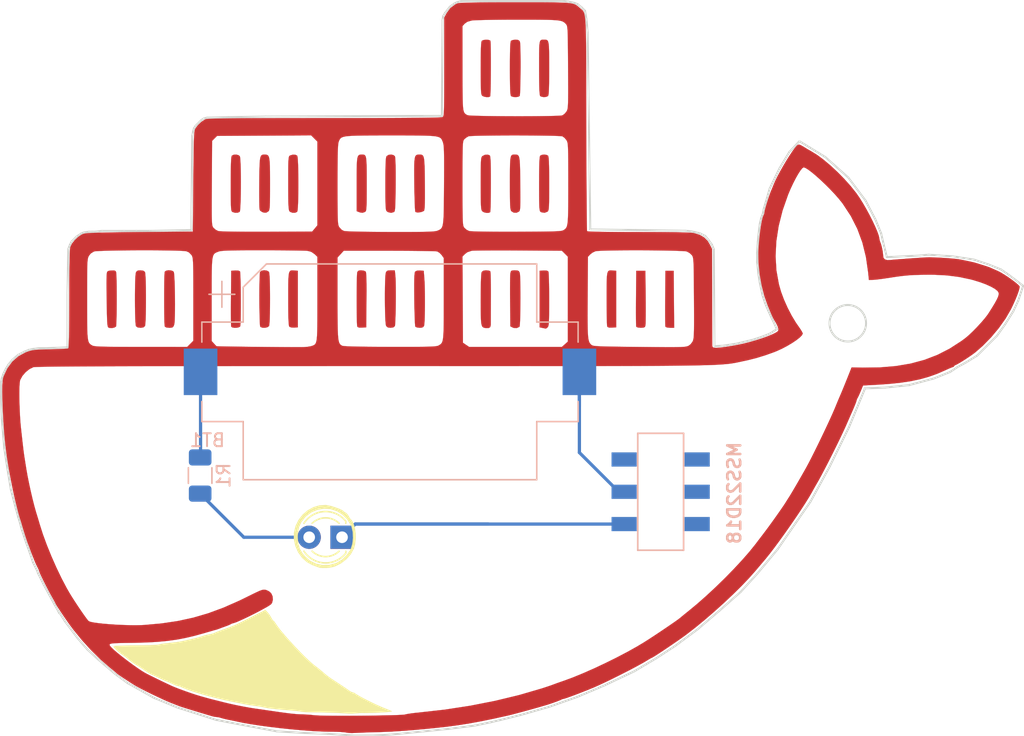
<source format=kicad_pcb>
(kicad_pcb (version 20171130) (host pcbnew "(5.1.2)-1")

  (general
    (thickness 1.6)
    (drawings 197)
    (tracks 12)
    (zones 0)
    (modules 6)
    (nets 8)
  )

  (page A4)
  (layers
    (0 F.Cu signal)
    (31 B.Cu signal)
    (32 B.Adhes user)
    (33 F.Adhes user)
    (34 B.Paste user)
    (35 F.Paste user)
    (36 B.SilkS user)
    (37 F.SilkS user)
    (38 B.Mask user)
    (39 F.Mask user)
    (40 Dwgs.User user)
    (41 Cmts.User user)
    (42 Eco1.User user)
    (43 Eco2.User user)
    (44 Edge.Cuts user)
    (45 Margin user)
    (46 B.CrtYd user)
    (47 F.CrtYd user)
    (48 B.Fab user)
    (49 F.Fab user)
  )

  (setup
    (last_trace_width 0.25)
    (trace_clearance 0.2)
    (zone_clearance 0.508)
    (zone_45_only no)
    (trace_min 0.2)
    (via_size 0.6)
    (via_drill 0.4)
    (via_min_size 0.4)
    (via_min_drill 0.3)
    (uvia_size 0.3)
    (uvia_drill 0.1)
    (uvias_allowed no)
    (uvia_min_size 0.2)
    (uvia_min_drill 0.1)
    (edge_width 0.15)
    (segment_width 0.2)
    (pcb_text_width 0.3)
    (pcb_text_size 1.5 1.5)
    (mod_edge_width 0.15)
    (mod_text_size 1 1)
    (mod_text_width 0.15)
    (pad_size 1.524 1.524)
    (pad_drill 0.762)
    (pad_to_mask_clearance 0.2)
    (aux_axis_origin 0 0)
    (visible_elements 7FFFFFFF)
    (pcbplotparams
      (layerselection 0x010f0_ffffffff)
      (usegerberextensions false)
      (usegerberattributes false)
      (usegerberadvancedattributes false)
      (creategerberjobfile false)
      (excludeedgelayer true)
      (linewidth 0.100000)
      (plotframeref false)
      (viasonmask false)
      (mode 1)
      (useauxorigin false)
      (hpglpennumber 1)
      (hpglpenspeed 20)
      (hpglpendiameter 15.000000)
      (psnegative false)
      (psa4output false)
      (plotreference true)
      (plotvalue true)
      (plotinvisibletext false)
      (padsonsilk false)
      (subtractmaskfromsilk false)
      (outputformat 1)
      (mirror false)
      (drillshape 0)
      (scaleselection 1)
      (outputdirectory "gerbers/"))
  )

  (net 0 "")
  (net 1 "Net-(BT1-Pad1)")
  (net 2 "Net-(BT1-Pad2)")
  (net 3 "Net-(D1-Pad1)")
  (net 4 "Net-(D1-Pad2)")
  (net 5 "Net-(SW1-PadT1A)")
  (net 6 "Net-(SW1-PadT2B)")
  (net 7 "Net-(SW1-PadP2)")

  (net_class Default "This is the default net class."
    (clearance 0.2)
    (trace_width 0.25)
    (via_dia 0.6)
    (via_drill 0.4)
    (uvia_dia 0.3)
    (uvia_drill 0.1)
    (add_net "Net-(BT1-Pad1)")
    (add_net "Net-(BT1-Pad2)")
    (add_net "Net-(D1-Pad1)")
    (add_net "Net-(D1-Pad2)")
    (add_net "Net-(SW1-PadP2)")
    (add_net "Net-(SW1-PadT1A)")
    (add_net "Net-(SW1-PadT2B)")
  )

  (module nanbuwks:MSS22D18 (layer B.Cu) (tedit 5AAE2FFA) (tstamp 5D082778)
    (at 166.52748 86.0425 270)
    (path /5D084283)
    (attr smd)
    (fp_text reference SW1 (at 0 5.08 90) (layer B.Fab)
      (effects (font (size 1 1) (thickness 0.2)) (justify mirror))
    )
    (fp_text value MSS22D18 (at 0.1 -5.7 90) (layer B.SilkS)
      (effects (font (size 1 1) (thickness 0.2)) (justify mirror))
    )
    (fp_line (start -4.52374 1.77292) (end -4.52374 -1.77292) (layer B.SilkS) (width 0.127))
    (fp_line (start -4.52374 -1.77292) (end 4.52374 -1.77292) (layer B.SilkS) (width 0.127))
    (fp_line (start 4.52374 -1.77292) (end 4.52374 1.77292) (layer B.SilkS) (width 0.127))
    (fp_line (start 4.52374 1.77292) (end -4.52374 1.77292) (layer B.SilkS) (width 0.127))
    (pad P1 smd rect (at 0 2.82448 180) (size 1.94818 1.09982) (layers B.Cu B.Paste B.Mask)
      (net 2 "Net-(BT1-Pad2)"))
    (pad P2 smd rect (at 0 -2.82448 180) (size 1.94818 1.09982) (layers B.Cu B.Paste B.Mask)
      (net 7 "Net-(SW1-PadP2)"))
    (pad T1A smd rect (at -2.49936 2.82448 180) (size 1.94818 1.09982) (layers B.Cu B.Paste B.Mask)
      (net 5 "Net-(SW1-PadT1A)"))
    (pad T1B smd rect (at 2.49936 2.82448 180) (size 1.94818 1.09982) (layers B.Cu B.Paste B.Mask)
      (net 3 "Net-(D1-Pad1)"))
    (pad T2A smd rect (at -2.49936 -2.82448 180) (size 1.94818 1.09982) (layers B.Cu B.Paste B.Mask))
    (pad T2B smd rect (at 2.49936 -2.82448 180) (size 1.94818 1.09982) (layers B.Cu B.Paste B.Mask)
      (net 6 "Net-(SW1-PadT2B)"))
  )

  (module Battery:BatteryHolder_Keystone_1060_1x2032 (layer B.Cu) (tedit 5B98EF5E) (tstamp 5D07A25C)
    (at 145.5928 76.7588)
    (descr http://www.keyelco.com/product-pdf.cfm?p=726)
    (tags "CR2032 BR2032 BatteryHolder Battery")
    (path /5D073217)
    (attr smd)
    (fp_text reference BT1 (at -14.125 5.3) (layer B.SilkS)
      (effects (font (size 1 1) (thickness 0.15)) (justify mirror))
    )
    (fp_text value Battery_Cell (at 0 11.75) (layer B.Fab)
      (effects (font (size 1 1) (thickness 0.15)) (justify mirror))
    )
    (fp_line (start -12 -6) (end -14 -6) (layer B.SilkS) (width 0.12))
    (fp_line (start -13 -5) (end -13 -7) (layer B.SilkS) (width 0.12))
    (fp_text user %R (at 0 0) (layer B.Fab)
      (effects (font (size 1 1) (thickness 0.15)) (justify mirror))
    )
    (fp_line (start 11.5 8.5) (end 6.5 8.5) (layer B.CrtYd) (width 0.05))
    (fp_arc (start 0 0) (end 6.5 8.5) (angle 74.81070976) (layer B.CrtYd) (width 0.05))
    (fp_line (start 11.5 -4) (end 11.5 -8.5) (layer B.CrtYd) (width 0.05))
    (fp_line (start 14.7 -4) (end 11.5 -4) (layer B.CrtYd) (width 0.05))
    (fp_line (start 14.7 -2.3) (end 14.7 -4) (layer B.CrtYd) (width 0.05))
    (fp_line (start 16.45 -2.3) (end 14.7 -2.3) (layer B.CrtYd) (width 0.05))
    (fp_line (start 16.45 2.3) (end 16.45 -2.3) (layer B.CrtYd) (width 0.05))
    (fp_line (start 14.7 2.3) (end 16.45 2.3) (layer B.CrtYd) (width 0.05))
    (fp_line (start 14.7 4) (end 14.7 2.3) (layer B.CrtYd) (width 0.05))
    (fp_line (start 11.5 4) (end 14.7 4) (layer B.CrtYd) (width 0.05))
    (fp_line (start 11.5 8.5) (end 11.5 4) (layer B.CrtYd) (width 0.05))
    (fp_line (start -11.5 8.5) (end -6.5 8.5) (layer B.CrtYd) (width 0.05))
    (fp_line (start -11.5 4) (end -11.5 8.5) (layer B.CrtYd) (width 0.05))
    (fp_line (start -14.7 4) (end -11.5 4) (layer B.CrtYd) (width 0.05))
    (fp_line (start -14.7 2.3) (end -14.7 4) (layer B.CrtYd) (width 0.05))
    (fp_line (start -14.7 2.3) (end -16.45 2.3) (layer B.CrtYd) (width 0.05))
    (fp_line (start -16.45 -2.3) (end -16.45 2.3) (layer B.CrtYd) (width 0.05))
    (fp_line (start -14.7 -2.3) (end -16.45 -2.3) (layer B.CrtYd) (width 0.05))
    (fp_line (start -14.7 -4) (end -14.7 -2.3) (layer B.CrtYd) (width 0.05))
    (fp_line (start -14.7 -4) (end -11.5 -4) (layer B.CrtYd) (width 0.05))
    (fp_line (start -11.5 -4) (end -11.5 -8.5) (layer B.CrtYd) (width 0.05))
    (fp_line (start -6.5 -8.5) (end -11.5 -8.5) (layer B.CrtYd) (width 0.05))
    (fp_line (start 11.5 -8.5) (end 6.5 -8.5) (layer B.CrtYd) (width 0.05))
    (fp_arc (start 0 0) (end -6.5 -8.5) (angle 74.81070976) (layer B.CrtYd) (width 0.05))
    (fp_line (start 11.35 8.35) (end 11.35 3.85) (layer B.SilkS) (width 0.12))
    (fp_line (start -11.35 8.35) (end -11.35 3.85) (layer B.SilkS) (width 0.12))
    (fp_line (start -11.35 8.35) (end 11.35 8.35) (layer B.SilkS) (width 0.12))
    (fp_line (start 14.55 3.85) (end 14.55 2.3) (layer B.SilkS) (width 0.12))
    (fp_line (start 11.35 3.85) (end 14.55 3.85) (layer B.SilkS) (width 0.12))
    (fp_line (start -14.55 3.85) (end -14.55 2.3) (layer B.SilkS) (width 0.12))
    (fp_line (start -11.35 3.85) (end -14.55 3.85) (layer B.SilkS) (width 0.12))
    (fp_line (start -14.55 -3.85) (end -14.55 -2.3) (layer B.SilkS) (width 0.12))
    (fp_line (start -11.35 -3.85) (end -14.55 -3.85) (layer B.SilkS) (width 0.12))
    (fp_line (start -9.55 -8.35) (end -11.35 -6.55) (layer B.SilkS) (width 0.12))
    (fp_line (start -11.35 -6.55) (end -11.35 -3.85) (layer B.SilkS) (width 0.12))
    (fp_line (start 11.35 -8.35) (end -9.55 -8.35) (layer B.SilkS) (width 0.12))
    (fp_line (start 11.35 -8.35) (end 11.35 -3.85) (layer B.SilkS) (width 0.12))
    (fp_line (start 14.55 -3.85) (end 14.55 -2.3) (layer B.SilkS) (width 0.12))
    (fp_line (start 11.35 -3.85) (end 14.55 -3.85) (layer B.SilkS) (width 0.12))
    (fp_line (start -9.4 -8) (end -11 -6.4) (layer B.Fab) (width 0.1))
    (fp_line (start 14.2 3.5) (end 11 3.5) (layer B.Fab) (width 0.1))
    (fp_line (start 14.2 -3.5) (end 14.2 3.5) (layer B.Fab) (width 0.1))
    (fp_line (start 11 -3.5) (end 14.2 -3.5) (layer B.Fab) (width 0.1))
    (fp_line (start -14.2 3.5) (end -11 3.5) (layer B.Fab) (width 0.1))
    (fp_line (start -14.2 -3.5) (end -14.2 3.5) (layer B.Fab) (width 0.1))
    (fp_line (start -11 -3.5) (end -14.2 -3.5) (layer B.Fab) (width 0.1))
    (fp_line (start -11 -6.4) (end -11 -3.5) (layer B.Fab) (width 0.1))
    (fp_line (start -11 8) (end -11 3.5) (layer B.Fab) (width 0.1))
    (fp_line (start 11 8) (end 11 3.5) (layer B.Fab) (width 0.1))
    (fp_line (start 11 -8) (end 11 -3.5) (layer B.Fab) (width 0.1))
    (fp_line (start 11 8) (end -11 8) (layer B.Fab) (width 0.1))
    (fp_line (start 11 -8) (end -9.4 -8) (layer B.Fab) (width 0.1))
    (fp_circle (center 0 0) (end -10.2 0) (layer Dwgs.User) (width 0.3))
    (pad 1 smd rect (at -14.65 0 180) (size 2.6 3.6) (layers B.Cu B.Paste B.Mask)
      (net 1 "Net-(BT1-Pad1)"))
    (pad 2 smd rect (at 14.65 0 180) (size 2.6 3.6) (layers B.Cu B.Paste B.Mask)
      (net 2 "Net-(BT1-Pad2)"))
    (model ${KISYS3DMOD}/Battery.3dshapes/BatteryHolder_Keystone_1060_1x2032.wrl
      (at (xyz 0 0 0))
      (scale (xyz 1 1 1))
      (rotate (xyz 0 0 0))
    )
  )

  (module nanbuwks:docker_logo_eye (layer F.Cu) (tedit 0) (tstamp 5D07AB91)
    (at 154.6225 76.5175)
    (fp_text reference G*** (at 0 0) (layer F.SilkS) hide
      (effects (font (size 1.524 1.524) (thickness 0.3)))
    )
    (fp_text value LOGO (at 0.75 0) (layer F.SilkS) hide
      (effects (font (size 1.524 1.524) (thickness 0.3)))
    )
    (fp_poly (pts (xy -18.489479 18.858521) (xy -18.332497 19.060893) (xy -18.204742 19.277297) (xy -18.120391 19.427915)
      (xy -18.052642 19.503876) (xy -18.044433 19.506077) (xy -17.978969 19.560795) (xy -17.882495 19.696152)
      (xy -17.859619 19.734116) (xy -17.69933 19.970723) (xy -17.4555 20.282466) (xy -17.14724 20.648797)
      (xy -16.79366 21.049165) (xy -16.413872 21.463022) (xy -16.026986 21.869818) (xy -15.652111 22.249004)
      (xy -15.30836 22.580031) (xy -15.014841 22.842351) (xy -14.840055 22.980993) (xy -14.610139 23.156243)
      (xy -14.361131 23.357987) (xy -14.273002 23.432853) (xy -14.078626 23.599646) (xy -13.916509 23.732469)
      (xy -13.755125 23.854351) (xy -13.562945 23.988323) (xy -13.308443 24.157414) (xy -13.050829 24.325607)
      (xy -12.761852 24.515783) (xy -12.498765 24.692617) (xy -12.294707 24.833625) (xy -12.197742 24.904353)
      (xy -12.041447 25.004519) (xy -11.918005 25.049034) (xy -11.913571 25.049171) (xy -11.777288 25.091413)
      (xy -11.749254 25.112725) (xy -11.622238 25.203057) (xy -11.393773 25.336704) (xy -11.090746 25.500218)
      (xy -10.740048 25.680152) (xy -10.368567 25.863057) (xy -10.003193 26.035486) (xy -9.670815 26.183991)
      (xy -9.398323 26.295125) (xy -9.348095 26.313577) (xy -9.119374 26.401123) (xy -8.948711 26.477424)
      (xy -8.874889 26.524396) (xy -8.930657 26.541969) (xy -9.100047 26.56163) (xy -9.356392 26.582006)
      (xy -9.673026 26.601722) (xy -10.023282 26.619403) (xy -10.380493 26.633676) (xy -10.717993 26.643166)
      (xy -11.009114 26.646499) (xy -11.191437 26.643782) (xy -11.397181 26.648261) (xy -11.649385 26.668494)
      (xy -11.71768 26.676444) (xy -11.940791 26.689344) (xy -12.244451 26.687133) (xy -12.569772 26.670502)
      (xy -12.629834 26.665713) (xy -12.901967 26.647996) (xy -13.27683 26.631155) (xy -13.716826 26.616495)
      (xy -14.184354 26.60532) (xy -14.519544 26.600134) (xy -14.93351 26.593387) (xy -15.299577 26.583628)
      (xy -15.594409 26.571786) (xy -15.794672 26.558791) (xy -15.876316 26.54608) (xy -15.968313 26.524991)
      (xy -16.169179 26.497827) (xy -16.447795 26.468335) (xy -16.72307 26.444186) (xy -17.31311 26.394366)
      (xy -17.819656 26.346281) (xy -18.229554 26.301407) (xy -18.529653 26.261223) (xy -18.7068 26.227205)
      (xy -18.734254 26.218321) (xy -18.850771 26.189389) (xy -19.065024 26.150965) (xy -19.335426 26.110338)
      (xy -19.400829 26.101496) (xy -19.71765 26.056526) (xy -20.025936 26.007686) (xy -20.262981 25.964956)
      (xy -20.277901 25.961912) (xy -20.486539 25.91917) (xy -20.783795 25.858813) (xy -21.120686 25.79077)
      (xy -21.295304 25.755641) (xy -21.915372 25.622246) (xy -22.551654 25.469364) (xy -23.179723 25.304086)
      (xy -23.775156 25.133507) (xy -24.313526 24.964718) (xy -24.770409 24.804813) (xy -25.121379 24.660884)
      (xy -25.206092 24.61999) (xy -25.356376 24.566737) (xy -25.420999 24.558011) (xy -25.531953 24.529101)
      (xy -25.720309 24.454543) (xy -25.877685 24.382597) (xy -26.080509 24.287603) (xy -26.22784 24.223902)
      (xy -26.278158 24.207182) (xy -26.353636 24.179072) (xy -26.525661 24.103642) (xy -26.764242 23.994246)
      (xy -26.908564 23.926519) (xy -27.16975 23.804533) (xy -27.379692 23.709332) (xy -27.508691 23.654239)
      (xy -27.53419 23.645856) (xy -27.603179 23.609013) (xy -27.757072 23.511389) (xy -27.965578 23.372342)
      (xy -28.015738 23.338137) (xy -28.258315 23.175363) (xy -28.478532 23.033293) (xy -28.632303 22.940305)
      (xy -28.642541 22.934684) (xy -28.8548 22.801538) (xy -29.108478 22.616953) (xy -29.342875 22.425746)
      (xy -29.393348 22.380313) (xy -29.529496 22.272571) (xy -29.715887 22.145117) (xy -29.752836 22.121821)
      (xy -29.959505 21.971729) (xy -30.17526 21.783283) (xy -30.228819 21.730048) (xy -30.365429 21.584538)
      (xy -30.411766 21.509557) (xy -30.375551 21.475182) (xy -30.298985 21.458073) (xy -30.18316 21.44843)
      (xy -29.949701 21.438663) (xy -29.621304 21.429369) (xy -29.220664 21.421146) (xy -28.770477 21.414592)
      (xy -28.565961 21.412423) (xy -28.10786 21.406114) (xy -27.695546 21.396631) (xy -27.350185 21.38477)
      (xy -27.092943 21.371329) (xy -26.944988 21.357104) (xy -26.919298 21.350421) (xy -26.816084 21.320732)
      (xy -26.613977 21.285861) (xy -26.353898 21.252702) (xy -26.314387 21.248506) (xy -26.00245 21.215053)
      (xy -25.6973 21.180395) (xy -25.470166 21.152683) (xy -25.256489 21.117105) (xy -24.963256 21.058159)
      (xy -24.626063 20.98418) (xy -24.280506 20.903504) (xy -23.962181 20.824465) (xy -23.706684 20.755398)
      (xy -23.549611 20.70464) (xy -23.540608 20.700857) (xy -23.366139 20.641391) (xy -23.189779 20.598194)
      (xy -22.892245 20.537194) (xy -22.703064 20.490184) (xy -22.591986 20.449188) (xy -22.563204 20.433046)
      (xy -22.464619 20.388206) (xy -22.271096 20.312696) (xy -22.020511 20.221166) (xy -21.961879 20.200472)
      (xy -21.646704 20.088902) (xy -21.387197 19.992994) (xy -21.154307 19.899899) (xy -20.918984 19.796768)
      (xy -20.652178 19.670752) (xy -20.324837 19.509002) (xy -19.907912 19.29867) (xy -19.805064 19.24652)
      (xy -18.665653 18.668525) (xy -18.489479 18.858521)) (layer F.SilkS) (width 0.01))
    (fp_poly (pts (xy -13.555736 10.631887) (xy -13.168596 10.762098) (xy -12.875932 10.875161) (xy -12.691709 10.965148)
      (xy -12.629834 11.024797) (xy -12.572043 11.084633) (xy -12.485508 11.122538) (xy -12.36078 11.213661)
      (xy -12.242217 11.377858) (xy -12.226933 11.40793) (xy -12.141417 11.562599) (xy -12.07353 11.643892)
      (xy -12.06324 11.647514) (xy -12.007783 11.705315) (xy -11.918722 11.853646) (xy -11.853993 11.980801)
      (xy -11.745022 12.318485) (xy -11.687908 12.736241) (xy -11.683499 13.18341) (xy -11.732641 13.609332)
      (xy -11.821471 13.9279) (xy -12.060457 14.358679) (xy -12.40729 14.750909) (xy -12.829822 15.075758)
      (xy -13.295904 15.304394) (xy -13.391612 15.336068) (xy -13.659567 15.39336) (xy -13.968009 15.424324)
      (xy -14.262284 15.426539) (xy -14.487742 15.397587) (xy -14.524309 15.386194) (xy -14.645515 15.341295)
      (xy -14.84727 15.266772) (xy -15.013295 15.205528) (xy -15.453012 14.971844) (xy -15.831503 14.630421)
      (xy -16.134823 14.205646) (xy -16.349025 13.721909) (xy -16.460166 13.203596) (xy -16.458442 13.015746)
      (xy -16.167285 13.015746) (xy -16.131515 13.506146) (xy -16.013415 13.916267) (xy -15.796803 14.289593)
      (xy -15.607516 14.519899) (xy -15.209121 14.860957) (xy -14.745571 15.088716) (xy -14.24082 15.198286)
      (xy -13.718822 15.184776) (xy -13.203531 15.043296) (xy -13.151783 15.021256) (xy -12.740832 14.773293)
      (xy -12.376756 14.428004) (xy -12.101584 14.02709) (xy -12.056823 13.934834) (xy -11.938818 13.547417)
      (xy -11.889362 13.100928) (xy -11.908838 12.64945) (xy -11.997624 12.247066) (xy -12.044111 12.130085)
      (xy -12.329552 11.66937) (xy -12.717847 11.28346) (xy -13.10973 11.035653) (xy -13.597569 10.870826)
      (xy -14.109093 10.831144) (xy -14.616429 10.911235) (xy -15.091704 11.105726) (xy -15.507045 11.409245)
      (xy -15.613507 11.518225) (xy -15.896689 11.889465) (xy -16.071964 12.273626) (xy -16.155087 12.713311)
      (xy -16.167285 13.015746) (xy -16.458442 13.015746) (xy -16.455393 12.683556) (xy -16.32722 12.160036)
      (xy -16.093493 11.688132) (xy -15.772264 11.280617) (xy -15.381581 10.95026) (xy -14.939495 10.709835)
      (xy -14.464057 10.572112) (xy -13.973316 10.549864) (xy -13.555736 10.631887)) (layer F.SilkS) (width 0.01))
  )

  (module nanbuwks:docker_logo_outline (layer F.Cu) (tedit 0) (tstamp 5D07A5C2)
    (at 154.94 76.454)
    (fp_text reference G*** (at 0 0) (layer F.SilkS) hide
      (effects (font (size 1.524 1.524) (thickness 0.3)))
    )
    (fp_text value LOGO (at 0.75 0) (layer F.SilkS) hide
      (effects (font (size 1.524 1.524) (thickness 0.3)))
    )
    (fp_poly (pts (xy 1.999249 -28.292337) (xy 2.659137 -28.290334) (xy 3.211552 -28.285849) (xy 3.667705 -28.277915)
      (xy 4.03881 -28.265561) (xy 4.336079 -28.24782) (xy 4.570723 -28.223723) (xy 4.753955 -28.1923)
      (xy 4.896988 -28.152582) (xy 5.011034 -28.103601) (xy 5.107305 -28.044388) (xy 5.197013 -27.973974)
      (xy 5.291371 -27.891389) (xy 5.327645 -27.859364) (xy 5.401282 -27.798155) (xy 5.467222 -27.745724)
      (xy 5.525903 -27.694381) (xy 5.57776 -27.636438) (xy 5.623229 -27.564208) (xy 5.662745 -27.470003)
      (xy 5.696745 -27.346135) (xy 5.725664 -27.184915) (xy 5.749938 -26.978656) (xy 5.770002 -26.719669)
      (xy 5.786293 -26.400267) (xy 5.799246 -26.012762) (xy 5.809298 -25.549465) (xy 5.816883 -25.002689)
      (xy 5.822438 -24.364745) (xy 5.826398 -23.627946) (xy 5.829199 -22.784603) (xy 5.831278 -21.827029)
      (xy 5.833069 -20.747535) (xy 5.835009 -19.538434) (xy 5.83616 -18.888252) (xy 5.838495 -17.821047)
      (xy 5.841427 -16.792934) (xy 5.844895 -15.81275) (xy 5.848839 -14.889332) (xy 5.853199 -14.031516)
      (xy 5.857912 -13.248138) (xy 5.862919 -12.548035) (xy 5.868159 -11.940043) (xy 5.873571 -11.432999)
      (xy 5.879095 -11.035738) (xy 5.884669 -10.757098) (xy 5.890233 -10.605915) (xy 5.893241 -10.580335)
      (xy 5.972338 -10.565417) (xy 6.185641 -10.552115) (xy 6.526251 -10.540546) (xy 6.987272 -10.530826)
      (xy 7.561805 -10.523072) (xy 8.242954 -10.517402) (xy 9.02382 -10.513931) (xy 9.880929 -10.512778)
      (xy 10.893313 -10.511371) (xy 11.76659 -10.507128) (xy 12.502734 -10.500011) (xy 13.103721 -10.489985)
      (xy 13.571525 -10.477011) (xy 13.908123 -10.461055) (xy 14.115489 -10.442079) (xy 14.163015 -10.433559)
      (xy 14.616839 -10.290471) (xy 14.961949 -10.091539) (xy 15.226203 -9.816418) (xy 15.395188 -9.533686)
      (xy 15.5575 -9.2075) (xy 15.565918 -5.538611) (xy 15.567716 -4.827652) (xy 15.569735 -4.156056)
      (xy 15.571912 -3.537689) (xy 15.574183 -2.986415) (xy 15.576484 -2.516102) (xy 15.57875 -2.140613)
      (xy 15.580919 -1.873816) (xy 15.582926 -1.729575) (xy 15.583557 -1.710972) (xy 15.608735 -1.609007)
      (xy 15.694719 -1.563041) (xy 15.881041 -1.552223) (xy 15.884504 -1.552222) (xy 16.180326 -1.56938)
      (xy 16.596331 -1.621427) (xy 17.138764 -1.709222) (xy 17.497777 -1.773894) (xy 17.970967 -1.873357)
      (xy 18.46759 -1.99837) (xy 18.964904 -2.141162) (xy 19.440165 -2.293959) (xy 19.870631 -2.448989)
      (xy 20.233558 -2.598481) (xy 20.506204 -2.734662) (xy 20.665824 -2.849759) (xy 20.674434 -2.859496)
      (xy 20.698902 -2.99273) (xy 20.638532 -3.21011) (xy 20.501142 -3.489352) (xy 20.390552 -3.668889)
      (xy 20.298549 -3.83314) (xy 20.185932 -4.067083) (xy 20.113516 -4.233333) (xy 20.008209 -4.487041)
      (xy 19.910747 -4.721607) (xy 19.864379 -4.833055) (xy 19.605902 -5.566174) (xy 19.396489 -6.388442)
      (xy 19.243914 -7.254074) (xy 19.15595 -8.117285) (xy 19.140371 -8.932289) (xy 19.145659 -9.066389)
      (xy 19.177204 -9.557103) (xy 19.222222 -10.051605) (xy 19.277345 -10.527131) (xy 19.339207 -10.960917)
      (xy 19.404441 -11.330199) (xy 19.46968 -11.612215) (xy 19.531558 -11.7842) (xy 19.552113 -11.814527)
      (xy 19.603149 -11.934811) (xy 19.614444 -12.03449) (xy 19.636397 -12.164676) (xy 19.695024 -12.392657)
      (xy 19.77948 -12.683359) (xy 19.878919 -13.001706) (xy 19.982496 -13.312624) (xy 20.079363 -13.58104)
      (xy 20.136589 -13.723055) (xy 20.228349 -13.94241) (xy 20.322229 -14.177271) (xy 20.323933 -14.181666)
      (xy 20.453818 -14.481466) (xy 20.630266 -14.838307) (xy 20.840711 -15.231527) (xy 21.072585 -15.640465)
      (xy 21.313324 -16.044458) (xy 21.55036 -16.422843) (xy 21.771128 -16.754958) (xy 21.963061 -17.020142)
      (xy 22.113592 -17.197732) (xy 22.198522 -17.263973) (xy 22.275052 -17.281391) (xy 22.365329 -17.262819)
      (xy 22.502794 -17.195037) (xy 22.720888 -17.064824) (xy 22.754166 -17.044313) (xy 22.97618 -16.910944)
      (xy 23.186339 -16.790422) (xy 23.237647 -16.762397) (xy 23.687139 -16.484822) (xy 24.190648 -16.110244)
      (xy 24.72528 -15.659968) (xy 25.268143 -15.155301) (xy 25.796345 -14.617549) (xy 26.286993 -14.06802)
      (xy 26.717195 -13.52802) (xy 26.727053 -13.514725) (xy 26.971023 -13.162003) (xy 27.229129 -12.748797)
      (xy 27.490321 -12.297073) (xy 27.743548 -11.828796) (xy 27.977758 -11.365929) (xy 28.181902 -10.930438)
      (xy 28.344928 -10.544288) (xy 28.455786 -10.229444) (xy 28.503426 -10.007869) (xy 28.504444 -9.981911)
      (xy 28.535491 -9.829096) (xy 28.566665 -9.753348) (xy 28.636087 -9.565742) (xy 28.705117 -9.300779)
      (xy 28.759762 -9.021553) (xy 28.78603 -8.791163) (xy 28.786666 -8.761361) (xy 28.818827 -8.527875)
      (xy 28.927563 -8.392256) (xy 29.13126 -8.341227) (xy 29.355783 -8.35031) (xy 29.575228 -8.370591)
      (xy 29.901782 -8.397419) (xy 30.301733 -8.428331) (xy 30.741367 -8.460863) (xy 31.18697 -8.49255)
      (xy 31.60483 -8.52093) (xy 31.961232 -8.543537) (xy 32.138055 -8.553655) (xy 32.395098 -8.557366)
      (xy 32.747751 -8.548992) (xy 33.159073 -8.530828) (xy 33.592126 -8.505168) (xy 34.00997 -8.47431)
      (xy 34.375665 -8.440549) (xy 34.652273 -8.406179) (xy 34.730972 -8.392521) (xy 35.151343 -8.30801)
      (xy 35.460216 -8.244272) (xy 35.684615 -8.195188) (xy 35.851566 -8.15464) (xy 35.988095 -8.11651)
      (xy 36.089166 -8.085055) (xy 36.356522 -8.000393) (xy 36.630378 -7.915445) (xy 36.653611 -7.90835)
      (xy 36.869897 -7.837751) (xy 37.048915 -7.771604) (xy 37.076944 -7.759737) (xy 37.211436 -7.700055)
      (xy 37.427821 -7.604015) (xy 37.676666 -7.493557) (xy 37.902566 -7.377335) (xy 38.177269 -7.212369)
      (xy 38.473698 -7.017892) (xy 38.764778 -6.813135) (xy 39.02343 -6.61733) (xy 39.222578 -6.449709)
      (xy 39.335146 -6.329504) (xy 39.347534 -6.306777) (xy 39.342088 -6.181943) (xy 39.281017 -5.955025)
      (xy 39.173183 -5.649453) (xy 39.027445 -5.288659) (xy 38.852662 -4.896073) (xy 38.676675 -4.532606)
      (xy 38.261854 -3.813962) (xy 37.741771 -3.080565) (xy 37.143856 -2.365684) (xy 36.495536 -1.702589)
      (xy 35.948055 -1.222864) (xy 35.743684 -1.067656) (xy 35.486294 -0.886829) (xy 35.203401 -0.69792)
      (xy 34.922522 -0.518463) (xy 34.671174 -0.365996) (xy 34.476872 -0.258053) (xy 34.367134 -0.212172)
      (xy 34.361327 -0.211666) (xy 34.292193 -0.158452) (xy 34.29 -0.141111) (xy 34.235593 -0.073487)
      (xy 34.213931 -0.070555) (xy 34.117744 -0.042012) (xy 33.931167 0.033648) (xy 33.690538 0.141469)
      (xy 33.631848 0.169017) (xy 32.980704 0.453156) (xy 32.320508 0.689416) (xy 31.62917 0.882448)
      (xy 30.884599 1.036897) (xy 30.064707 1.157412) (xy 29.147403 1.24864) (xy 28.208132 1.31019)
      (xy 27.241541 1.361215) (xy 27.048925 1.827135) (xy 26.945558 2.067467) (xy 26.856388 2.257662)
      (xy 26.799994 2.358194) (xy 26.798432 2.360084) (xy 26.742932 2.489796) (xy 26.740555 2.518391)
      (xy 26.713286 2.616752) (xy 26.639363 2.813441) (xy 26.530616 3.078364) (xy 26.420259 3.333308)
      (xy 26.284988 3.639636) (xy 26.16645 3.909376) (xy 26.079078 4.109612) (xy 26.041141 4.198056)
      (xy 25.88467 4.55609) (xy 25.675744 5.008639) (xy 25.426911 5.530644) (xy 25.150717 6.097047)
      (xy 24.85971 6.682789) (xy 24.566437 7.262811) (xy 24.283443 7.812055) (xy 24.023277 8.305463)
      (xy 23.798484 8.717975) (xy 23.638897 8.995834) (xy 23.537704 9.170546) (xy 23.40164 9.412465)
      (xy 23.2812 9.630834) (xy 23.061772 10.009665) (xy 22.770623 10.477585) (xy 22.42307 11.012615)
      (xy 22.034432 11.592774) (xy 21.620027 12.196081) (xy 21.195172 12.800555) (xy 20.775185 13.384217)
      (xy 20.375384 13.925087) (xy 20.011088 14.401182) (xy 19.697613 14.790524) (xy 19.628478 14.872315)
      (xy 19.450577 15.081106) (xy 19.221892 15.350805) (xy 18.982384 15.634254) (xy 18.898421 15.733889)
      (xy 18.408422 16.286662) (xy 17.823738 16.897548) (xy 17.166817 17.545968) (xy 16.460107 18.211345)
      (xy 15.726054 18.873101) (xy 14.987108 19.510657) (xy 14.265715 20.103436) (xy 13.584324 20.630858)
      (xy 13.440833 20.736942) (xy 13.178833 20.9252) (xy 12.865462 21.144709) (xy 12.520735 21.382081)
      (xy 12.164665 21.623928) (xy 11.817267 21.856861) (xy 11.498555 22.067494) (xy 11.228542 22.242438)
      (xy 11.027242 22.368306) (xy 10.914671 22.43171) (xy 10.899843 22.436667) (xy 10.823853 22.471325)
      (xy 10.670946 22.559777) (xy 10.564292 22.625914) (xy 10.283625 22.79338) (xy 9.899587 23.007398)
      (xy 9.436888 23.255297) (xy 8.920239 23.52441) (xy 8.374354 23.802068) (xy 7.823942 24.075601)
      (xy 7.293715 24.332342) (xy 6.808385 24.559621) (xy 6.6675 24.623653) (xy 6.407595 24.736313)
      (xy 6.082745 24.870494) (xy 5.71786 25.016656) (xy 5.337853 25.165261) (xy 4.967635 25.306769)
      (xy 4.632117 25.431643) (xy 4.356212 25.530344) (xy 4.164831 25.593331) (xy 4.087191 25.611667)
      (xy 3.959315 25.638482) (xy 3.926827 25.659469) (xy 3.838821 25.705561) (xy 3.651884 25.781777)
      (xy 3.40147 25.875195) (xy 3.123033 25.97289) (xy 2.852028 26.06194) (xy 2.681111 26.113534)
      (xy 2.443769 26.181897) (xy 2.2225 26.246462) (xy 1.965623 26.320352) (xy 1.630229 26.414243)
      (xy 1.249342 26.519177) (xy 0.855989 26.626196) (xy 0.483194 26.726342) (xy 0.163983 26.810655)
      (xy -0.06862 26.870177) (xy -0.141112 26.887611) (xy -1.260314 27.136295) (xy -2.272189 27.343843)
      (xy -3.202862 27.514978) (xy -4.078459 27.654421) (xy -4.925103 27.766895) (xy -5.150556 27.793075)
      (xy -6.275218 27.913027) (xy -7.342079 28.013365) (xy -8.33154 28.09254) (xy -9.224004 28.149001)
      (xy -9.999872 28.1812) (xy -10.089445 28.183484) (xy -10.55895 28.195685) (xy -11.01965 28.209814)
      (xy -11.43769 28.224678) (xy -11.779213 28.239079) (xy -11.994445 28.250741) (xy -12.284304 28.259656)
      (xy -12.545126 28.249924) (xy -12.722595 28.223674) (xy -12.728304 28.221967) (xy -12.867874 28.199882)
      (xy -13.119008 28.180705) (xy -13.452167 28.165909) (xy -13.837811 28.156969) (xy -14.06886 28.15506)
      (xy -14.663131 28.141081) (xy -15.36032 28.104113) (xy -16.132218 28.047233) (xy -16.950613 27.973519)
      (xy -17.787298 27.88605) (xy -18.61406 27.787902) (xy -19.402691 27.682155) (xy -20.124981 27.571884)
      (xy -20.752719 27.460169) (xy -21.096112 27.388367) (xy -21.35088 27.333021) (xy -21.657895 27.269342)
      (xy -21.836945 27.233526) (xy -22.093812 27.177908) (xy -22.315542 27.120958) (xy -22.422348 27.086605)
      (xy -22.615867 27.034945) (xy -22.734839 27.022778) (xy -22.912231 27.002558) (xy -23.101936 26.958474)
      (xy -23.598207 26.810412) (xy -24.084864 26.66379) (xy -24.541078 26.525016) (xy -24.946019 26.400494)
      (xy -25.278858 26.296632) (xy -25.518766 26.219837) (xy -25.644913 26.176514) (xy -25.646945 26.175709)
      (xy -25.780693 26.122939) (xy -26.000404 26.036961) (xy -26.260484 25.935615) (xy -26.281945 25.92727)
      (xy -26.56322 25.810071) (xy -26.928198 25.646646) (xy -27.345393 25.452255) (xy -27.783317 25.242159)
      (xy -28.210483 25.031619) (xy -28.595404 24.835894) (xy -28.906593 24.670246) (xy -29.074255 24.573953)
      (xy -29.324725 24.417987) (xy -29.603046 24.239731) (xy -29.882371 24.057014) (xy -30.135856 23.887668)
      (xy -30.336655 23.749521) (xy -30.457923 23.660404) (xy -30.48 23.640278) (xy -30.547683 23.577749)
      (xy -30.698798 23.450359) (xy -30.906144 23.280842) (xy -31.009167 23.197979) (xy -31.71963 22.583439)
      (xy -32.445687 21.870284) (xy -33.155261 21.092716) (xy -33.816274 20.284934) (xy -34.110551 19.891454)
      (xy -34.279135 19.654083) (xy -34.470668 19.377377) (xy -34.668858 19.085778) (xy -34.857417 18.80373)
      (xy -35.020051 18.555673) (xy -35.140472 18.366051) (xy -35.202389 18.259305) (xy -35.207223 18.246034)
      (xy -35.239723 18.175106) (xy -35.325461 18.014983) (xy -35.446794 17.798487) (xy -35.46356 17.769139)
      (xy -35.614259 17.497981) (xy -35.783356 17.180971) (xy -35.958175 16.843473) (xy -36.126038 16.510848)
      (xy -36.274268 16.208461) (xy -36.390188 15.961674) (xy -36.461122 15.795849) (xy -36.477223 15.741131)
      (xy -36.50893 15.635185) (xy -36.586998 15.469036) (xy -36.604707 15.436174) (xy -36.723328 15.198562)
      (xy -36.826958 14.957778) (xy -36.918363 14.723905) (xy -37.007131 14.50299) (xy -37.008701 14.499167)
      (xy -37.095004 14.278123) (xy -37.181065 14.04217) (xy -37.181627 14.040556) (xy -37.256736 13.833457)
      (xy -37.323567 13.662611) (xy -37.327841 13.6525) (xy -37.385508 13.498463) (xy -37.470618 13.248628)
      (xy -37.570456 12.942475) (xy -37.67231 12.619482) (xy -37.763467 12.319129) (xy -37.816313 12.135556)
      (xy -37.881767 11.910562) (xy -37.941297 11.723355) (xy -37.957795 11.676945) (xy -38.009136 11.514392)
      (xy -38.082987 11.2461) (xy -38.171432 10.904118) (xy -38.266555 10.520498) (xy -38.36044 10.127293)
      (xy -38.445171 9.756553) (xy -38.512833 9.44033) (xy -38.524124 9.383889) (xy -38.578435 9.109682)
      (xy -38.639036 8.806013) (xy -38.657581 8.713611) (xy -38.831553 7.792433) (xy -38.973178 6.909299)
      (xy -39.086674 6.027514) (xy -39.176258 5.110381) (xy -39.246148 4.121204) (xy -39.294149 3.175)
      (xy -39.320566 2.455689) (xy -39.331415 1.869412) (xy -38.013472 1.869412) (xy -38.011693 2.327142)
      (xy -38.001143 2.824814) (xy -37.982308 3.337237) (xy -37.955675 3.839222) (xy -37.921728 4.305577)
      (xy -37.891257 4.621389) (xy -37.826777 5.205883) (xy -37.774989 5.670075) (xy -37.7335 6.033965)
      (xy -37.699918 6.317554) (xy -37.671851 6.540843) (xy -37.646907 6.723833) (xy -37.622695 6.886523)
      (xy -37.612785 6.949723) (xy -37.562526 7.265749) (xy -37.505624 7.622463) (xy -37.472167 7.831667)
      (xy -37.382174 8.342933) (xy -37.266923 8.921587) (xy -37.135264 9.52874) (xy -36.99605 10.125506)
      (xy -36.858131 10.672997) (xy -36.730359 11.132325) (xy -36.69329 11.253611) (xy -36.594388 11.57484)
      (xy -36.489466 11.925972) (xy -36.438766 12.100278) (xy -36.197545 12.860303) (xy -35.891134 13.697302)
      (xy -35.536041 14.573197) (xy -35.148775 15.449908) (xy -34.745846 16.289356) (xy -34.343763 17.053462)
      (xy -34.129307 17.427223) (xy -33.949942 17.719868) (xy -33.737434 18.052731) (xy -33.507494 18.40274)
      (xy -33.27583 18.746822) (xy -33.058155 19.061904) (xy -32.870177 19.324914) (xy -32.727608 19.512779)
      (xy -32.650485 19.599057) (xy -32.518442 19.653004) (xy -32.266791 19.705832) (xy -31.917037 19.75604)
      (xy -31.490683 19.802124) (xy -31.009232 19.842582) (xy -30.494187 19.875911) (xy -29.967053 19.900609)
      (xy -29.449333 19.915173) (xy -28.962529 19.918101) (xy -28.528147 19.90789) (xy -28.359665 19.89888)
      (xy -27.01597 19.778262) (xy -25.76329 19.592754) (xy -24.569604 19.333613) (xy -23.402892 18.992098)
      (xy -22.231132 18.559467) (xy -21.022303 18.026977) (xy -20.409844 17.72851) (xy -19.985746 17.517168)
      (xy -19.666863 17.362809) (xy -19.432885 17.25795) (xy -19.263501 17.195107) (xy -19.138401 17.166798)
      (xy -19.037275 17.165537) (xy -18.939814 17.183843) (xy -18.934938 17.185071) (xy -18.710405 17.286329)
      (xy -18.534799 17.440385) (xy -18.533689 17.441872) (xy -18.429503 17.671537) (xy -18.405207 17.934064)
      (xy -18.460587 18.172668) (xy -18.536853 18.285708) (xy -18.661969 18.378632) (xy -18.886796 18.515069)
      (xy -19.187649 18.683157) (xy -19.540841 18.871033) (xy -19.922687 19.066836) (xy -20.309501 19.258704)
      (xy -20.677597 19.434774) (xy -21.003289 19.583184) (xy -21.262892 19.692073) (xy -21.432718 19.749579)
      (xy -21.471823 19.755556) (xy -21.607095 19.798382) (xy -21.628806 19.81445) (xy -21.73003 19.869949)
      (xy -21.915711 19.947545) (xy -22.048612 19.996318) (xy -22.279534 20.078681) (xy -22.473912 20.15119)
      (xy -22.5425 20.17848) (xy -22.731263 20.245619) (xy -22.824723 20.271927) (xy -22.949809 20.305746)
      (xy -23.174135 20.369507) (xy -23.461692 20.452896) (xy -23.671389 20.514489) (xy -24.432723 20.72657)
      (xy -25.151409 20.897527) (xy -25.857076 21.031368) (xy -26.579354 21.132104) (xy -27.347873 21.203743)
      (xy -28.192264 21.250296) (xy -29.142156 21.275771) (xy -29.315834 21.278289) (xy -29.879307 21.286037)
      (xy -30.314775 21.294972) (xy -30.635334 21.308211) (xy -30.854075 21.328873) (xy -30.984094 21.360077)
      (xy -31.038484 21.404943) (xy -31.030338 21.466587) (xy -30.972751 21.548131) (xy -30.880412 21.650957)
      (xy -30.691508 21.832647) (xy -30.411137 22.072279) (xy -30.06554 22.34997) (xy -29.68096 22.645839)
      (xy -29.283639 22.940002) (xy -28.899819 23.212577) (xy -28.555743 23.443681) (xy -28.329082 23.583974)
      (xy -28.185609 23.661153) (xy -27.943803 23.784342) (xy -27.632891 23.939214) (xy -27.282103 24.111445)
      (xy -26.920667 24.286711) (xy -26.577812 24.450686) (xy -26.282767 24.589045) (xy -26.211389 24.621844)
      (xy -25.948879 24.73237) (xy -25.592286 24.869849) (xy -25.182393 25.019719) (xy -24.759983 25.16742)
      (xy -24.365839 25.298391) (xy -24.040745 25.398069) (xy -24.024167 25.402781) (xy -23.663526 25.504345)
      (xy -23.404376 25.576286) (xy -23.212575 25.627909) (xy -23.053978 25.668518) (xy -23.001112 25.681578)
      (xy -22.809137 25.729379) (xy -22.537319 25.797968) (xy -22.242481 25.873002) (xy -22.225 25.877473)
      (xy -21.771316 25.986499) (xy -21.255213 26.099263) (xy -20.728221 26.205331) (xy -20.241874 26.294269)
      (xy -19.896667 26.348921) (xy -19.734883 26.372163) (xy -19.468322 26.410941) (xy -19.131803 26.460171)
      (xy -18.760147 26.514769) (xy -18.697223 26.524036) (xy -18.068535 26.6154) (xy -17.558165 26.686365)
      (xy -17.145169 26.739319) (xy -16.808607 26.776651) (xy -16.527535 26.800747) (xy -16.281013 26.813997)
      (xy -16.118283 26.818089) (xy -15.792923 26.830776) (xy -15.455888 26.856426) (xy -15.24 26.881462)
      (xy -15.062797 26.896313) (xy -14.769119 26.908065) (xy -14.376374 26.916852) (xy -13.90197 26.92281)
      (xy -13.363315 26.926075) (xy -12.777814 26.926782) (xy -12.162877 26.925066) (xy -11.53591 26.921063)
      (xy -10.91432 26.914908) (xy -10.315516 26.906737) (xy -9.756904 26.896685) (xy -9.255893 26.884887)
      (xy -8.829889 26.87148) (xy -8.496299 26.856598) (xy -8.272532 26.840376) (xy -8.184445 26.826575)
      (xy -8.016016 26.789101) (xy -7.745654 26.746548) (xy -7.412142 26.704418) (xy -7.090834 26.671478)
      (xy -5.105442 26.449275) (xy -3.139205 26.146966) (xy -1.217953 25.769758) (xy 0.632487 25.322855)
      (xy 2.386287 24.811464) (xy 2.786944 24.680715) (xy 3.034726 24.596414) (xy 3.245134 24.521906)
      (xy 3.351388 24.481705) (xy 3.482247 24.432604) (xy 3.704887 24.353403) (xy 3.977336 24.258969)
      (xy 4.056944 24.231784) (xy 4.761189 23.973219) (xy 5.551645 23.650328) (xy 6.39762 23.27782)
      (xy 7.268422 22.870405) (xy 8.133361 22.442789) (xy 8.961745 22.009682) (xy 9.722884 21.585793)
      (xy 10.301111 21.239316) (xy 10.589958 21.055642) (xy 10.933118 20.832338) (xy 11.309446 20.583712)
      (xy 11.697792 20.324071) (xy 12.077012 20.067723) (xy 12.425957 19.828976) (xy 12.72348 19.622138)
      (xy 12.948435 19.461516) (xy 13.079675 19.361418) (xy 13.090422 19.352103) (xy 13.206361 19.25334)
      (xy 13.399814 19.094231) (xy 13.637597 18.901939) (xy 13.758771 18.805003) (xy 14.42612 18.251878)
      (xy 15.128773 17.630969) (xy 15.845624 16.963412) (xy 16.555568 16.270342) (xy 17.237499 15.572894)
      (xy 17.870311 14.892204) (xy 18.4329 14.249407) (xy 18.90416 13.665639) (xy 18.94654 13.60988)
      (xy 19.043049 13.48255) (xy 19.20275 13.272356) (xy 19.403308 13.008678) (xy 19.618695 12.725743)
      (xy 19.83074 12.44242) (xy 20.077992 12.104293) (xy 20.342464 11.736798) (xy 20.606172 11.365373)
      (xy 20.851132 11.015453) (xy 21.059358 10.712476) (xy 21.212865 10.481878) (xy 21.2725 10.386702)
      (xy 21.352849 10.256786) (xy 21.472837 10.068001) (xy 21.526457 9.984775) (xy 21.641565 9.799068)
      (xy 21.810988 9.515447) (xy 22.020076 9.15911) (xy 22.254178 8.755253) (xy 22.498641 8.329072)
      (xy 22.738816 7.905764) (xy 22.839963 7.725834) (xy 23.026419 7.380336) (xy 23.25722 6.932772)
      (xy 23.519419 6.410031) (xy 23.800071 5.839003) (xy 24.08623 5.246579) (xy 24.364949 4.65965)
      (xy 24.623282 4.105105) (xy 24.848284 3.609837) (xy 25.027008 3.200734) (xy 25.081853 3.069167)
      (xy 25.205815 2.767661) (xy 25.320145 2.492483) (xy 25.407337 2.285648) (xy 25.43462 2.2225)
      (xy 25.539209 1.980525) (xy 25.658579 1.695364) (xy 25.803587 1.340636) (xy 25.98509 0.889959)
      (xy 26.058894 0.705556) (xy 26.355039 -0.035277) (xy 27.200436 -0.019342) (xy 28.535997 -0.035376)
      (xy 29.770053 -0.13827) (xy 30.914998 -0.331584) (xy 31.98323 -0.618876) (xy 32.987142 -1.003708)
      (xy 33.939132 -1.489639) (xy 34.851593 -2.080228) (xy 35.151343 -2.302678) (xy 35.416981 -2.527449)
      (xy 35.731326 -2.826164) (xy 36.064902 -3.167419) (xy 36.388233 -3.51981) (xy 36.671843 -3.85193)
      (xy 36.886255 -4.132376) (xy 36.93032 -4.198055) (xy 37.222253 -4.659388) (xy 37.440397 -5.021607)
      (xy 37.592727 -5.300607) (xy 37.687218 -5.512285) (xy 37.731844 -5.672535) (xy 37.73458 -5.797254)
      (xy 37.734144 -5.800303) (xy 37.647825 -5.9481) (xy 37.440506 -6.114626) (xy 37.129658 -6.291447)
      (xy 36.732753 -6.470133) (xy 36.267264 -6.642251) (xy 35.750662 -6.79937) (xy 35.56 -6.849513)
      (xy 34.666433 -7.038767) (xy 33.752405 -7.156566) (xy 32.772484 -7.208089) (xy 32.385 -7.211393)
      (xy 31.758896 -7.206254) (xy 31.230602 -7.191306) (xy 30.756966 -7.163214) (xy 30.294835 -7.118645)
      (xy 29.801056 -7.054264) (xy 29.245277 -6.968802) (xy 28.86918 -6.911608) (xy 28.513311 -6.863659)
      (xy 28.216564 -6.829809) (xy 28.017836 -6.814911) (xy 28.010555 -6.814738) (xy 27.693055 -6.808611)
      (xy 27.637901 -7.373055) (xy 27.464497 -8.583278) (xy 27.186731 -9.706902) (xy 26.799474 -10.757655)
      (xy 26.297597 -11.749263) (xy 25.675971 -12.695452) (xy 25.622051 -12.768077) (xy 25.361631 -13.093684)
      (xy 25.049568 -13.448257) (xy 24.702105 -13.816749) (xy 24.335487 -14.184114) (xy 23.965957 -14.535306)
      (xy 23.609757 -14.855278) (xy 23.283131 -15.128985) (xy 23.002323 -15.341379) (xy 22.783575 -15.477416)
      (xy 22.64879 -15.522222) (xy 22.547272 -15.459905) (xy 22.404088 -15.285646) (xy 22.230075 -15.018484)
      (xy 22.036068 -14.677457) (xy 21.832905 -14.281604) (xy 21.631421 -13.849963) (xy 21.444037 -13.405555)
      (xy 21.017785 -12.185919) (xy 20.713643 -10.980268) (xy 20.532264 -9.797576) (xy 20.474299 -8.646819)
      (xy 20.5404 -7.536969) (xy 20.731218 -6.477) (xy 20.898385 -5.891389) (xy 21.123435 -5.28515)
      (xy 21.404596 -4.655006) (xy 21.718556 -4.04777) (xy 22.042001 -3.510255) (xy 22.192997 -3.291827)
      (xy 22.362614 -3.048731) (xy 22.494053 -2.839726) (xy 22.568176 -2.696249) (xy 22.577777 -2.659779)
      (xy 22.516392 -2.527139) (xy 22.345797 -2.351862) (xy 22.086337 -2.147249) (xy 21.758354 -1.926597)
      (xy 21.382192 -1.703204) (xy 20.978194 -1.490369) (xy 20.566704 -1.301389) (xy 20.390555 -1.230011)
      (xy 19.688765 -0.97879) (xy 18.973959 -0.759901) (xy 18.307828 -0.591967) (xy 18.203333 -0.569715)
      (xy 18.027624 -0.532691) (xy 17.867268 -0.497853) (xy 17.717814 -0.465134) (xy 17.574811 -0.434469)
      (xy 17.433808 -0.405791) (xy 17.290356 -0.379035) (xy 17.140004 -0.354133) (xy 16.978301 -0.331019)
      (xy 16.800797 -0.309629) (xy 16.60304 -0.289894) (xy 16.380581 -0.271749) (xy 16.12897 -0.255128)
      (xy 15.843754 -0.239964) (xy 15.520485 -0.226191) (xy 15.154711 -0.213744) (xy 14.741982 -0.202555)
      (xy 14.277847 -0.192558) (xy 13.757856 -0.183688) (xy 13.177558 -0.175878) (xy 12.532503 -0.169062)
      (xy 11.81824 -0.163173) (xy 11.030319 -0.158146) (xy 10.164289 -0.153913) (xy 9.215699 -0.15041)
      (xy 8.1801 -0.147569) (xy 7.053039 -0.145324) (xy 5.830068 -0.14361) (xy 4.506735 -0.14236)
      (xy 3.07859 -0.141507) (xy 1.541183 -0.140986) (xy -0.109938 -0.140729) (xy -1.879223 -0.140672)
      (xy -3.771122 -0.140748) (xy -5.790086 -0.14089) (xy -7.940565 -0.141033) (xy -10.22701 -0.141109)
      (xy -10.5964 -0.141111) (xy -12.973918 -0.141019) (xy -15.213874 -0.140736) (xy -17.319814 -0.140249)
      (xy -19.295289 -0.139548) (xy -21.143845 -0.13862) (xy -22.869032 -0.137453) (xy -24.474397 -0.136037)
      (xy -25.963489 -0.134359) (xy -27.339855 -0.132408) (xy -28.607045 -0.130171) (xy -29.768606 -0.127638)
      (xy -30.828087 -0.124796) (xy -31.789036 -0.121634) (xy -32.655001 -0.11814) (xy -33.42953 -0.114302)
      (xy -34.116172 -0.110109) (xy -34.718475 -0.105549) (xy -35.239987 -0.10061) (xy -35.684256 -0.09528)
      (xy -36.054831 -0.089549) (xy -36.35526 -0.083403) (xy -36.589091 -0.076832) (xy -36.759872 -0.069824)
      (xy -36.871151 -0.062366) (xy -36.926478 -0.054448) (xy -36.927161 -0.054248) (xy -37.229347 0.092463)
      (xy -37.525596 0.330811) (xy -37.775793 0.620373) (xy -37.939821 0.92073) (xy -37.961328 0.987778)
      (xy -37.988775 1.17454) (xy -38.005995 1.476814) (xy -38.013472 1.869412) (xy -39.331415 1.869412)
      (xy -39.331461 1.86693) (xy -39.326606 1.398995) (xy -39.305776 1.042156) (xy -39.268742 0.786685)
      (xy -39.235837 0.670278) (xy -38.936519 0.036517) (xy -38.551599 -0.48719) (xy -38.083027 -0.898745)
      (xy -37.532755 -1.19605) (xy -37.480683 -1.216597) (xy -37.294489 -1.285016) (xy -37.126214 -1.335793)
      (xy -36.949166 -1.372114) (xy -36.736656 -1.397167) (xy -36.461992 -1.414138) (xy -36.098484 -1.426216)
      (xy -35.642218 -1.436146) (xy -35.219158 -1.446814) (xy -34.842826 -1.460888) (xy -34.536704 -1.477117)
      (xy -34.324273 -1.494252) (xy -34.229016 -1.511044) (xy -34.228494 -1.511351) (xy -34.209409 -1.568715)
      (xy -34.193197 -1.719671) (xy -34.179722 -1.970654) (xy -34.168849 -2.328096) (xy -34.160444 -2.798432)
      (xy -34.15437 -3.388093) (xy -34.150492 -4.103514) (xy -34.148675 -4.951128) (xy -34.148496 -5.313469)
      (xy -34.148486 -5.319909) (xy -32.773056 -5.319909) (xy -32.77286 -4.547224) (xy -32.771387 -3.902997)
      (xy -32.76731 -3.37457) (xy -32.759301 -2.949291) (xy -32.746032 -2.614503) (xy -32.726177 -2.357553)
      (xy -32.698407 -2.165785) (xy -32.661396 -2.026546) (xy -32.613814 -1.927179) (xy -32.554336 -1.855031)
      (xy -32.481634 -1.797446) (xy -32.397935 -1.743976) (xy -32.344161 -1.717424) (xy -32.267805 -1.695139)
      (xy -32.156994 -1.676744) (xy -31.999854 -1.661866) (xy -31.784511 -1.650127) (xy -31.499091 -1.641155)
      (xy -31.13172 -1.634573) (xy -30.670525 -1.630006) (xy -30.103631 -1.62708) (xy -29.419164 -1.625418)
      (xy -28.620862 -1.624655) (xy -25.033112 -1.622777) (xy -24.553334 -2.102555) (xy -24.553598 -5.30225)
      (xy -24.553752 -5.679572) (xy -23.142239 -5.679572) (xy -23.142223 -5.27681) (xy -23.142223 -2.079947)
      (xy -22.962979 -1.88664) (xy -22.843066 -1.757349) (xy -22.773785 -1.682708) (xy -22.768951 -1.677514)
      (xy -22.696566 -1.672189) (xy -22.499749 -1.666192) (xy -22.195177 -1.659694) (xy -21.799526 -1.652864)
      (xy -21.329474 -1.645873) (xy -20.801696 -1.638891) (xy -20.23287 -1.632088) (xy -19.639673 -1.625634)
      (xy -19.03878 -1.619699) (xy -18.446869 -1.614453) (xy -17.880616 -1.610066) (xy -17.356698 -1.606709)
      (xy -16.891791 -1.604551) (xy -16.502574 -1.603763) (xy -16.205721 -1.604514) (xy -16.01791 -1.606975)
      (xy -15.980834 -1.608282) (xy -15.715175 -1.632236) (xy -15.47927 -1.67192) (xy -15.366912 -1.703611)
      (xy -15.274189 -1.740795) (xy -15.196651 -1.781584) (xy -15.132939 -1.838083) (xy -15.081698 -1.922394)
      (xy -15.041569 -2.046622) (xy -15.011194 -2.222871) (xy -14.989217 -2.463242) (xy -14.974279 -2.779841)
      (xy -14.965024 -3.18477) (xy -14.960092 -3.690134) (xy -14.958128 -4.308035) (xy -14.957773 -5.050577)
      (xy -14.957778 -5.351368) (xy -14.957778 -8.539294) (xy -13.405556 -8.539294) (xy -13.405556 -5.39156)
      (xy -13.4051 -4.597753) (xy -13.402908 -3.932887) (xy -13.397744 -3.384793) (xy -13.388373 -2.941301)
      (xy -13.373558 -2.590241) (xy -13.352065 -2.319445) (xy -13.322657 -2.116743) (xy -13.284099 -1.969965)
      (xy -13.235154 -1.866943) (xy -13.174588 -1.795507) (xy -13.101163 -1.743487) (xy -13.031431 -1.707236)
      (xy -12.917013 -1.687357) (xy -12.662413 -1.670278) (xy -12.268535 -1.656017) (xy -11.736281 -1.644594)
      (xy -11.066554 -1.636028) (xy -10.260256 -1.630338) (xy -9.32422 -1.627553) (xy -8.517169 -1.626826)
      (xy -7.839239 -1.627243) (xy -7.278442 -1.629162) (xy -6.822789 -1.632946) (xy -6.460294 -1.638956)
      (xy -6.178967 -1.647552) (xy -5.966822 -1.659097) (xy -5.811869 -1.67395) (xy -5.70212 -1.692474)
      (xy -5.625589 -1.715028) (xy -5.572666 -1.740557) (xy -5.483802 -1.794567) (xy -5.40971 -1.850721)
      (xy -5.349045 -1.921564) (xy -5.300467 -2.01964) (xy -5.262633 -2.157496) (xy -5.234199 -2.347675)
      (xy -5.213824 -2.602723) (xy -5.200164 -2.935185) (xy -5.191878 -3.357606) (xy -5.187622 -3.882531)
      (xy -5.186055 -4.522505) (xy -5.185834 -5.290073) (xy -5.185834 -8.501944) (xy -5.268072 -8.617244)
      (xy -3.740833 -8.617244) (xy -3.7225 -5.281557) (xy -3.704167 -1.945869) (xy -3.464428 -1.784323)
      (xy -3.224688 -1.622777) (xy 3.948884 -1.622777) (xy 4.179303 -1.828657) (xy 4.409722 -2.034536)
      (xy 4.409722 -4.061588) (xy 5.932971 -4.061588) (xy 5.934782 -3.514923) (xy 5.94138 -3.071644)
      (xy 5.953696 -2.719181) (xy 5.972662 -2.444965) (xy 5.999207 -2.236424) (xy 6.034264 -2.080988)
      (xy 6.078761 -1.966088) (xy 6.133631 -1.879153) (xy 6.199804 -1.807613) (xy 6.215615 -1.793014)
      (xy 6.256646 -1.76144) (xy 6.312216 -1.734961) (xy 6.394778 -1.71296) (xy 6.516787 -1.694821)
      (xy 6.690697 -1.679928) (xy 6.928963 -1.667665) (xy 7.244039 -1.657415) (xy 7.648379 -1.648562)
      (xy 8.154437 -1.640489) (xy 8.774667 -1.632582) (xy 9.521523 -1.624222) (xy 9.655808 -1.622777)
      (xy 10.490004 -1.614055) (xy 11.194992 -1.607418) (xy 11.782665 -1.60313) (xy 12.264913 -1.601456)
      (xy 12.653629 -1.602661) (xy 12.960704 -1.607008) (xy 13.198031 -1.614762) (xy 13.3775 -1.626187)
      (xy 13.511005 -1.641548) (xy 13.610435 -1.661109) (xy 13.687684 -1.685134) (xy 13.754643 -1.713889)
      (xy 13.754671 -1.713902) (xy 13.906388 -1.83378) (xy 14.043546 -2.016367) (xy 14.059593 -2.046192)
      (xy 14.089564 -2.114459) (xy 14.114171 -2.198407) (xy 14.133827 -2.31124) (xy 14.14895 -2.466161)
      (xy 14.159954 -2.676375) (xy 14.167255 -2.955086) (xy 14.171268 -3.315497) (xy 14.172409 -3.770814)
      (xy 14.171093 -4.334238) (xy 14.167735 -5.018976) (xy 14.165426 -5.410055) (xy 14.160692 -6.154904)
      (xy 14.155985 -6.771703) (xy 14.150648 -7.273512) (xy 14.144025 -7.673391) (xy 14.135459 -7.9844)
      (xy 14.124293 -8.2196) (xy 14.10987 -8.392048) (xy 14.091535 -8.514807) (xy 14.068629 -8.600935)
      (xy 14.040497 -8.663492) (xy 14.006481 -8.715538) (xy 13.998669 -8.726166) (xy 13.824879 -8.890696)
      (xy 13.612752 -9.008734) (xy 13.610613 -9.00949) (xy 13.485671 -9.028534) (xy 13.237103 -9.045473)
      (xy 12.882383 -9.060252) (xy 12.43898 -9.072821) (xy 11.924366 -9.083124) (xy 11.356014 -9.091111)
      (xy 10.751393 -9.096727) (xy 10.127976 -9.099921) (xy 9.503233 -9.100638) (xy 8.894637 -9.098827)
      (xy 8.319658 -9.094435) (xy 7.795768 -9.087408) (xy 7.340439 -9.077694) (xy 6.971141 -9.06524)
      (xy 6.705346 -9.049993) (xy 6.560525 -9.031901) (xy 6.556427 -9.030825) (xy 6.33188 -8.930128)
      (xy 6.137869 -8.783669) (xy 6.133094 -8.778661) (xy 5.961944 -8.596552) (xy 5.939989 -5.515359)
      (xy 5.935017 -4.72421) (xy 5.932971 -4.061588) (xy 4.409722 -4.061588) (xy 4.409722 -8.605064)
      (xy 4.179125 -8.835726) (xy 3.948528 -9.066389) (xy 0.61607 -9.088352) (xy -0.067907 -9.091862)
      (xy -0.717817 -9.093289) (xy -1.318151 -9.092732) (xy -1.853402 -9.090293) (xy -2.308062 -9.086073)
      (xy -2.666621 -9.080171) (xy -2.913574 -9.07269) (xy -3.027721 -9.06467) (xy -3.36546 -8.951635)
      (xy -3.539943 -8.818134) (xy -3.740833 -8.617244) (xy -5.268072 -8.617244) (xy -5.349268 -8.731081)
      (xy -5.504327 -8.89543) (xy -5.674861 -9.00399) (xy -5.702046 -9.013303) (xy -5.80853 -9.023774)
      (xy -6.041764 -9.033559) (xy -6.38739 -9.042453) (xy -6.831048 -9.050251) (xy -7.358378 -9.056747)
      (xy -7.955021 -9.061735) (xy -8.606618 -9.065009) (xy -9.298808 -9.066364) (xy -9.406975 -9.066389)
      (xy -12.92256 -9.066389) (xy -13.164058 -8.802841) (xy -13.405556 -8.539294) (xy -14.957778 -8.539294)
      (xy -14.957778 -8.591034) (xy -15.173615 -8.802054) (xy -15.443176 -8.985904) (xy -15.712629 -9.05737)
      (xy -15.84983 -9.066614) (xy -16.11205 -9.075204) (xy -16.483196 -9.082936) (xy -16.947176 -9.089605)
      (xy -17.487898 -9.095008) (xy -18.08927 -9.098939) (xy -18.7352 -9.101194) (xy -19.199531 -9.101666)
      (xy -19.965229 -9.101142) (xy -20.602848 -9.09928) (xy -21.125416 -9.095648) (xy -21.545964 -9.089813)
      (xy -21.877521 -9.081343) (xy -22.133115 -9.069804) (xy -22.325775 -9.054764) (xy -22.468532 -9.035791)
      (xy -22.574413 -9.012452) (xy -22.649617 -8.987088) (xy -22.760875 -8.942088) (xy -22.853985 -8.895705)
      (xy -22.930561 -8.835775) (xy -22.992219 -8.750131) (xy -23.040574 -8.626611) (xy -23.077242 -8.453049)
      (xy -23.103836 -8.21728) (xy -23.121972 -7.907139) (xy -23.133265 -7.510463) (xy -23.139331 -7.015086)
      (xy -23.141784 -6.408844) (xy -23.142239 -5.679572) (xy -24.553752 -5.679572) (xy -24.553909 -6.059445)
      (xy -24.555056 -6.688498) (xy -24.557557 -7.202375) (xy -24.561934 -7.614046) (xy -24.568706 -7.936477)
      (xy -24.578395 -8.182636) (xy -24.591521 -8.365491) (xy -24.608604 -8.49801) (xy -24.630164 -8.593161)
      (xy -24.656722 -8.663912) (xy -24.688799 -8.723231) (xy -24.691039 -8.72692) (xy -24.898284 -8.940282)
      (xy -25.096469 -9.026388) (xy -25.236741 -9.045354) (xy -25.499015 -9.061479) (xy -25.865882 -9.074802)
      (xy -26.319934 -9.085366) (xy -26.843765 -9.09321) (xy -27.419967 -9.098377) (xy -28.031131 -9.100907)
      (xy -28.659851 -9.100842) (xy -29.288718 -9.098223) (xy -29.900326 -9.093091) (xy -30.477265 -9.085487)
      (xy -31.00213 -9.075453) (xy -31.457512 -9.063029) (xy -31.826003 -9.048256) (xy -32.090196 -9.031177)
      (xy -32.232683 -9.011832) (xy -32.240405 -9.00949) (xy -32.487464 -8.855484) (xy -32.628461 -8.678333)
      (xy -32.663056 -8.614708) (xy -32.691647 -8.544057) (xy -32.714805 -8.453106) (xy -32.733101 -8.328581)
      (xy -32.747107 -8.157209) (xy -32.757395 -7.925716) (xy -32.764535 -7.62083) (xy -32.7691 -7.229277)
      (xy -32.77166 -6.737783) (xy -32.772788 -6.133074) (xy -32.773055 -5.401879) (xy -32.773056 -5.319909)
      (xy -34.148486 -5.319909) (xy -34.146897 -6.300736) (xy -34.142306 -7.148206) (xy -34.134698 -7.857164)
      (xy -34.124047 -8.428894) (xy -34.11033 -8.86468) (xy -34.09352 -9.165805) (xy -34.073592 -9.333554)
      (xy -34.069973 -9.348611) (xy -33.945097 -9.609627) (xy -33.729681 -9.885732) (xy -33.463104 -10.136941)
      (xy -33.184745 -10.323264) (xy -33.055278 -10.378994) (xy -32.958178 -10.40043) (xy -32.797705 -10.419395)
      (xy -32.564676 -10.436166) (xy -32.24991 -10.451018) (xy -31.844224 -10.464227) (xy -31.338437 -10.47607)
      (xy -30.723367 -10.486823) (xy -29.989831 -10.49676) (xy -29.128648 -10.506158) (xy -28.680834 -10.510434)
      (xy -24.588612 -10.548055) (xy -24.571914 -12.379973) (xy -23.135269 -12.379973) (xy -23.134096 -11.96371)
      (xy -23.130108 -11.637873) (xy -23.122836 -11.389789) (xy -23.111812 -11.206788) (xy -23.096565 -11.0762)
      (xy -23.076627 -10.985352) (xy -23.051529 -10.921575) (xy -23.020801 -10.872198) (xy -22.998681 -10.843213)
      (xy -22.823 -10.687313) (xy -22.626256 -10.588436) (xy -22.5065 -10.574051) (xy -22.257128 -10.561556)
      (xy -21.889627 -10.551116) (xy -21.41548 -10.542895) (xy -20.846174 -10.537059) (xy -20.193193 -10.533772)
      (xy -19.468023 -10.5332) (xy -18.883462 -10.534652) (xy -15.365535 -10.548055) (xy -15.161657 -10.792335)
      (xy -14.957778 -11.036614) (xy -14.957778 -14.201571) (xy -13.405292 -14.201571) (xy -13.404971 -13.458747)
      (xy -13.403777 -12.843793) (xy -13.401159 -12.343472) (xy -13.396562 -11.944543) (xy -13.389435 -11.633767)
      (xy -13.379224 -11.397904) (xy -13.365378 -11.223716) (xy -13.347343 -11.097963) (xy -13.324566 -11.007405)
      (xy -13.296495 -10.938802) (xy -13.266869 -10.885908) (xy -13.076405 -10.682117) (xy -12.896716 -10.59241)
      (xy -12.77872 -10.578365) (xy -12.533701 -10.565136) (xy -12.175743 -10.553012) (xy -11.718933 -10.542277)
      (xy -11.177357 -10.533219) (xy -10.5651 -10.526124) (xy -9.896248 -10.521278) (xy -9.293429 -10.519141)
      (xy -8.486879 -10.518283) (xy -7.809771 -10.519215) (xy -7.250446 -10.52224) (xy -6.797243 -10.527659)
      (xy -6.4385 -10.535774) (xy -6.162558 -10.546888) (xy -5.957756 -10.561304) (xy -5.812434 -10.579322)
      (xy -5.71493 -10.601246) (xy -5.682944 -10.612718) (xy -5.568233 -10.661307) (xy -5.472694 -10.71108)
      (xy -5.394482 -10.774615) (xy -5.331755 -10.864493) (xy -5.282666 -10.993294) (xy -5.245371 -11.173599)
      (xy -5.218025 -11.417988) (xy -5.198784 -11.739041) (xy -5.185803 -12.149339) (xy -5.177237 -12.661461)
      (xy -5.171242 -13.287988) (xy -5.165973 -14.0415) (xy -5.165289 -14.143023) (xy -5.164442 -14.283711)
      (xy -3.739445 -14.283711) (xy -3.739281 -13.520941) (xy -3.738431 -12.886596) (xy -3.736359 -12.367993)
      (xy -3.732528 -11.952445) (xy -3.726403 -11.627267) (xy -3.717447 -11.379775) (xy -3.705124 -11.197282)
      (xy -3.688898 -11.067104) (xy -3.668232 -10.976555) (xy -3.642591 -10.912951) (xy -3.611437 -10.863606)
      (xy -3.593895 -10.84066) (xy -3.418046 -10.685782) (xy -3.223478 -10.58928) (xy -3.10515 -10.575359)
      (xy -2.858325 -10.563148) (xy -2.495611 -10.552832) (xy -2.029614 -10.544596) (xy -1.472942 -10.538622)
      (xy -0.8382 -10.535096) (xy -0.137997 -10.534202) (xy 0.458611 -10.535497) (xy 1.251176 -10.538693)
      (xy 1.914815 -10.542333) (xy 2.461711 -10.546873) (xy 2.904049 -10.552774) (xy 3.254013 -10.560494)
      (xy 3.523787 -10.57049) (xy 3.725556 -10.583223) (xy 3.871504 -10.59915) (xy 3.973815 -10.61873)
      (xy 4.044673 -10.642422) (xy 4.096264 -10.670684) (xy 4.098986 -10.672517) (xy 4.178759 -10.72972)
      (xy 4.245222 -10.791741) (xy 4.299588 -10.871213) (xy 4.343071 -10.980773) (xy 4.376883 -11.133056)
      (xy 4.402238 -11.340699) (xy 4.420349 -11.616336) (xy 4.43243 -11.972603) (xy 4.439694 -12.422135)
      (xy 4.443355 -12.977569) (xy 4.444625 -13.65154) (xy 4.444736 -14.273181) (xy 4.44444 -15.019363)
      (xy 4.443318 -15.637624) (xy 4.440816 -16.141152) (xy 4.436377 -16.543136) (xy 4.429446 -16.856766)
      (xy 4.419467 -17.09523) (xy 4.405884 -17.271717) (xy 4.388141 -17.399417) (xy 4.365684 -17.491518)
      (xy 4.337955 -17.56121) (xy 4.3044 -17.621681) (xy 4.303592 -17.623008) (xy 4.161928 -17.796007)
      (xy 4.00108 -17.91459) (xy 3.981763 -17.922869) (xy 3.871475 -17.938107) (xy 3.637017 -17.95145)
      (xy 3.295309 -17.962891) (xy 2.863267 -17.972427) (xy 2.357811 -17.980049) (xy 1.795859 -17.985753)
      (xy 1.194329 -17.989532) (xy 0.570139 -17.991381) (xy -0.059792 -17.991292) (xy -0.678546 -17.989262)
      (xy -1.269206 -17.985282) (xy -1.814852 -17.979348) (xy -2.298566 -17.971454) (xy -2.70343 -17.961593)
      (xy -3.012527 -17.949759) (xy -3.208936 -17.935947) (xy -3.269465 -17.925433) (xy -3.449132 -17.822682)
      (xy -3.591559 -17.700462) (xy -3.626157 -17.660259) (xy -3.65489 -17.61222) (xy -3.678302 -17.543762)
      (xy -3.696938 -17.442303) (xy -3.711343 -17.295259) (xy -3.722061 -17.090047) (xy -3.729636 -16.814085)
      (xy -3.734614 -16.45479) (xy -3.73754 -15.999578) (xy -3.738956 -15.435866) (xy -3.739409 -14.751073)
      (xy -3.739445 -14.283711) (xy -5.164442 -14.283711) (xy -5.160773 -14.892789) (xy -5.158538 -15.514834)
      (xy -5.158953 -16.022538) (xy -5.162385 -16.429278) (xy -5.169202 -16.748431) (xy -5.179772 -16.993378)
      (xy -5.194463 -17.177494) (xy -5.213643 -17.314159) (xy -5.237678 -17.416751) (xy -5.256861 -17.473553)
      (xy -5.300348 -17.586184) (xy -5.345417 -17.681189) (xy -5.40369 -17.760065) (xy -5.486793 -17.824313)
      (xy -5.606349 -17.875431) (xy -5.773981 -17.914921) (xy -6.001313 -17.944279) (xy -6.299969 -17.965008)
      (xy -6.681573 -17.978604) (xy -7.157748 -17.986569) (xy -7.740119 -17.990402) (xy -8.440308 -17.991601)
      (xy -9.269941 -17.991666) (xy -9.273346 -17.991666) (xy -10.10621 -17.991443) (xy -10.809552 -17.989904)
      (xy -11.394964 -17.985743) (xy -11.874036 -17.977654) (xy -12.258359 -17.964332) (xy -12.559522 -17.944472)
      (xy -12.789116 -17.916768) (xy -12.958731 -17.879915) (xy -13.079958 -17.832607) (xy -13.164387 -17.773538)
      (xy -13.223608 -17.701404) (xy -13.269212 -17.614898) (xy -13.302262 -17.537861) (xy -13.327868 -17.455483)
      (xy -13.349035 -17.333837) (xy -13.366149 -17.160446) (xy -13.379595 -16.922831) (xy -13.389757 -16.608514)
      (xy -13.397023 -16.205018) (xy -13.401776 -15.699865) (xy -13.404402 -15.080576) (xy -13.405287 -14.334674)
      (xy -13.405292 -14.201571) (xy -14.957778 -14.201571) (xy -14.957778 -17.511889) (xy -15.199529 -17.753639)
      (xy -15.44128 -17.99539) (xy -19.078524 -17.975889) (xy -22.715769 -17.956389) (xy -22.911357 -17.760808)
      (xy -23.106945 -17.565228) (xy -23.126592 -14.298016) (xy -23.131048 -13.534454) (xy -23.134097 -12.89933)
      (xy -23.135269 -12.379973) (xy -24.571914 -12.379973) (xy -24.55324 -14.428611) (xy -24.545218 -15.274263)
      (xy -24.537524 -15.990298) (xy -24.529715 -16.588207) (xy -24.521349 -17.07948) (xy -24.511983 -17.475609)
      (xy -24.501175 -17.788087) (xy -24.488481 -18.028402) (xy -24.47346 -18.208049) (xy -24.455667 -18.338516)
      (xy -24.434662 -18.431296) (xy -24.41 -18.497881) (xy -24.395384 -18.526322) (xy -24.199985 -18.788407)
      (xy -23.934863 -19.038784) (xy -23.658704 -19.22345) (xy -23.615153 -19.244302) (xy -23.556389 -19.257723)
      (xy -23.439365 -19.269811) (xy -23.257995 -19.280625) (xy -23.00619 -19.290223) (xy -22.677864 -19.298663)
      (xy -22.266928 -19.306003) (xy -21.767295 -19.312302) (xy -21.172878 -19.317617) (xy -20.477588 -19.322007)
      (xy -19.675339 -19.32553) (xy -18.760042 -19.328245) (xy -17.725611 -19.330209) (xy -16.565957 -19.331481)
      (xy -15.274993 -19.332119) (xy -14.420653 -19.332222) (xy -12.903825 -19.332766) (xy -11.527269 -19.334402)
      (xy -10.290149 -19.337136) (xy -9.19163 -19.340976) (xy -8.230875 -19.345928) (xy -7.407051 -19.351999)
      (xy -6.719322 -19.359195) (xy -6.166851 -19.367523) (xy -5.748804 -19.37699) (xy -5.464346 -19.387603)
      (xy -5.31264 -19.399368) (xy -5.287029 -19.40526) (xy -5.257319 -19.425279) (xy -5.232264 -19.458426)
      (xy -5.211466 -19.515985) (xy -5.194531 -19.60924) (xy -5.181062 -19.749474) (xy -5.170663 -19.947972)
      (xy -5.162939 -20.216018) (xy -5.157492 -20.564894) (xy -5.153928 -21.005886) (xy -5.15185 -21.550277)
      (xy -5.150862 -22.209351) (xy -5.150568 -22.994391) (xy -5.150556 -23.293906) (xy -5.150556 -26.450464)
      (xy -3.739445 -26.450464) (xy -3.737876 -23.191204) (xy -3.737526 -22.408718) (xy -3.73642 -21.754978)
      (xy -3.733244 -21.217622) (xy -3.726683 -20.784286) (xy -3.715424 -20.442607) (xy -3.698151 -20.180222)
      (xy -3.673552 -19.984767) (xy -3.640311 -19.84388) (xy -3.597116 -19.745196) (xy -3.54265 -19.676354)
      (xy -3.475601 -19.624989) (xy -3.394655 -19.578738) (xy -3.351389 -19.555226) (xy -3.251019 -19.538241)
      (xy -3.026166 -19.523149) (xy -2.693444 -19.509982) (xy -2.269469 -19.498767) (xy -1.770857 -19.489536)
      (xy -1.214222 -19.482317) (xy -0.61618 -19.47714) (xy 0.006654 -19.474035) (xy 0.637664 -19.473032)
      (xy 1.260236 -19.47416) (xy 1.857753 -19.477449) (xy 2.413602 -19.482928) (xy 2.911166 -19.490628)
      (xy 3.33383 -19.500578) (xy 3.664979 -19.512807) (xy 3.887998 -19.527346) (xy 3.981763 -19.54213)
      (xy 4.140023 -19.648303) (xy 4.288979 -19.817533) (xy 4.304769 -19.841991) (xy 4.338362 -19.901051)
      (xy 4.366091 -19.967585) (xy 4.388425 -20.054623) (xy 4.405838 -20.175196) (xy 4.418799 -20.342334)
      (xy 4.427779 -20.569068) (xy 4.43325 -20.868428) (xy 4.435683 -21.253443) (xy 4.435549 -21.737146)
      (xy 4.433319 -22.332565) (xy 4.429463 -23.052731) (xy 4.428274 -23.258345) (xy 4.423674 -24.012366)
      (xy 4.419048 -24.638013) (xy 4.413789 -25.148022) (xy 4.407288 -25.55513) (xy 4.398937 -25.872074)
      (xy 4.388129 -26.111589) (xy 4.374253 -26.286411) (xy 4.356703 -26.409278) (xy 4.334871 -26.492925)
      (xy 4.308147 -26.550088) (xy 4.275924 -26.593504) (xy 4.268611 -26.601833) (xy 4.193877 -26.681741)
      (xy 4.116197 -26.748476) (xy 4.022835 -26.803224) (xy 3.901058 -26.847172) (xy 3.738131 -26.881505)
      (xy 3.521321 -26.907409) (xy 3.237894 -26.926069) (xy 2.875115 -26.938671) (xy 2.42025 -26.946402)
      (xy 1.860566 -26.950446) (xy 1.183329 -26.95199) (xy 0.505785 -26.952222) (xy -0.201292 -26.950642)
      (xy -0.863835 -26.9461) (xy -1.466914 -26.938892) (xy -1.995599 -26.929314) (xy -2.434959 -26.917662)
      (xy -2.770064 -26.904231) (xy -2.985983 -26.889317) (xy -3.041898 -26.881907) (xy -3.364 -26.786854)
      (xy -3.575365 -26.637002) (xy -3.580695 -26.631028) (xy -3.739445 -26.450464) (xy -5.150556 -26.450464)
      (xy -5.150556 -27.109515) (xy -4.962788 -27.454507) (xy -4.6754 -27.845996) (xy -4.294621 -28.132214)
      (xy -4.14182 -28.206972) (xy -4.060062 -28.226096) (xy -3.904018 -28.24246) (xy -3.66571 -28.25622)
      (xy -3.337162 -28.267528) (xy -2.910398 -28.276538) (xy -2.377439 -28.283403) (xy -1.73031 -28.288278)
      (xy -0.961033 -28.291317) (xy -0.061632 -28.292672) (xy 0.312203 -28.292777) (xy 1.220675 -28.292828)
      (xy 1.999249 -28.292337)) (layer F.Cu) (width 0.01))
    (fp_poly (pts (xy -21.073909 -7.52986) (xy -20.948506 -7.470322) (xy -20.945435 -7.465827) (xy -20.930716 -7.374243)
      (xy -20.917911 -7.163378) (xy -20.907113 -6.855049) (xy -20.898415 -6.471074) (xy -20.89191 -6.033271)
      (xy -20.887691 -5.563457) (xy -20.885852 -5.083451) (xy -20.886487 -4.615071) (xy -20.889687 -4.180134)
      (xy -20.895547 -3.800458) (xy -20.90416 -3.497861) (xy -20.915618 -3.29416) (xy -20.927271 -3.216048)
      (xy -21.018437 -3.146122) (xy -21.189686 -3.107938) (xy -21.385726 -3.103279) (xy -21.551268 -3.133932)
      (xy -21.628569 -3.19341) (xy -21.636556 -3.2841) (xy -21.642646 -3.497663) (xy -21.646711 -3.815872)
      (xy -21.648622 -4.220499) (xy -21.648253 -4.693318) (xy -21.645476 -5.2161) (xy -21.643993 -5.398271)
      (xy -21.625278 -7.514166) (xy -21.314771 -7.536382) (xy -21.073909 -7.52986)) (layer F.Cu) (width 0.01))
    (fp_poly (pts (xy -18.883164 -7.533152) (xy -18.730927 -7.45403) (xy -18.699705 -7.412971) (xy -18.676751 -7.297929)
      (xy -18.657665 -7.052401) (xy -18.642817 -6.686967) (xy -18.632577 -6.212211) (xy -18.627315 -5.638712)
      (xy -18.626667 -5.326944) (xy -18.62937 -4.709203) (xy -18.637233 -4.185053) (xy -18.649884 -3.765074)
      (xy -18.666953 -3.459849) (xy -18.68807 -3.279958) (xy -18.699705 -3.240917) (xy -18.814141 -3.151667)
      (xy -19.000442 -3.105642) (xy -19.19883 -3.107081) (xy -19.349524 -3.160224) (xy -19.380464 -3.192639)
      (xy -19.398162 -3.289094) (xy -19.413257 -3.504602) (xy -19.425686 -3.817126) (xy -19.43538 -4.20463)
      (xy -19.442275 -4.645078) (xy -19.446303 -5.116435) (xy -19.447399 -5.596662) (xy -19.445496 -6.063726)
      (xy -19.440528 -6.495589) (xy -19.432429 -6.870216) (xy -19.421134 -7.165571) (xy -19.406574 -7.359617)
      (xy -19.393183 -7.425972) (xy -19.27284 -7.52022) (xy -19.083317 -7.555581) (xy -18.883164 -7.533152)) (layer F.Cu) (width 0.01))
    (fp_poly (pts (xy -16.74423 -7.536358) (xy -16.474723 -7.514166) (xy -16.474723 -3.139722) (xy -16.757262 -3.118873)
      (xy -16.964171 -3.126271) (xy -17.110701 -3.172425) (xy -17.127679 -3.1859) (xy -17.154837 -3.250264)
      (xy -17.176321 -3.390805) (xy -17.192607 -3.619157) (xy -17.20417 -3.946957) (xy -17.211488 -4.385842)
      (xy -17.215037 -4.947446) (xy -17.215556 -5.332416) (xy -17.215354 -5.953494) (xy -17.212725 -6.447661)
      (xy -17.204631 -6.829115) (xy -17.188037 -7.112054) (xy -17.159906 -7.310678) (xy -17.117201 -7.439184)
      (xy -17.056886 -7.511771) (xy -16.975925 -7.542638) (xy -16.871282 -7.545983) (xy -16.74423 -7.536358)) (layer F.Cu) (width 0.01))
    (fp_poly (pts (xy 7.879659 -7.536358) (xy 8.149166 -7.514166) (xy 8.149166 -3.139722) (xy 7.82292 -3.11858)
      (xy 7.604966 -3.117941) (xy 7.48963 -3.158305) (xy 7.452503 -3.212545) (xy 7.44115 -3.310596)
      (xy 7.430877 -3.530799) (xy 7.422075 -3.854197) (xy 7.415133 -4.261835) (xy 7.410442 -4.734755)
      (xy 7.408392 -5.254001) (xy 7.408333 -5.359353) (xy 7.408554 -5.976276) (xy 7.411278 -6.466372)
      (xy 7.419598 -6.843921) (xy 7.436605 -7.123206) (xy 7.465393 -7.31851) (xy 7.509051 -7.444114)
      (xy 7.570674 -7.5143) (xy 7.653352 -7.543351) (xy 7.760179 -7.545548) (xy 7.879659 -7.536358)) (layer F.Cu) (width 0.01))
    (fp_poly (pts (xy 10.426717 -5.468055) (xy 10.43049 -4.937417) (xy 10.431403 -4.446942) (xy 10.429622 -4.01603)
      (xy 10.425314 -3.664079) (xy 10.418647 -3.410488) (xy 10.409787 -3.274656) (xy 10.407734 -3.263194)
      (xy 10.362175 -3.163269) (xy 10.262445 -3.116554) (xy 10.066758 -3.104473) (xy 10.050608 -3.104444)
      (xy 9.833695 -3.123549) (xy 9.710704 -3.174839) (xy 9.698098 -3.19341) (xy 9.69011 -3.2841)
      (xy 9.684021 -3.497663) (xy 9.679956 -3.815872) (xy 9.678045 -4.220499) (xy 9.678414 -4.693318)
      (xy 9.681191 -5.2161) (xy 9.682674 -5.398271) (xy 9.701388 -7.514166) (xy 10.406944 -7.514166)
      (xy 10.426717 -5.468055)) (layer F.Cu) (width 0.01))
    (fp_poly (pts (xy 12.631454 -3.104444) (xy 12.310735 -3.104444) (xy 12.092378 -3.123447) (xy 11.968725 -3.174595)
      (xy 11.955876 -3.19341) (xy 11.947888 -3.2841) (xy 11.941798 -3.497663) (xy 11.937734 -3.815872)
      (xy 11.935823 -4.220499) (xy 11.936192 -4.693318) (xy 11.938969 -5.2161) (xy 11.940451 -5.398271)
      (xy 11.959166 -7.514166) (xy 12.594166 -7.514166) (xy 12.631454 -3.104444)) (layer F.Cu) (width 0.01))
    (fp_poly (pts (xy -30.585267 -7.508832) (xy -30.534555 -7.425495) (xy -30.525384 -7.394187) (xy -30.51204 -7.275186)
      (xy -30.501259 -7.042092) (xy -30.492998 -6.716778) (xy -30.487211 -6.321118) (xy -30.483853 -5.876985)
      (xy -30.482879 -5.406253) (xy -30.484245 -4.930796) (xy -30.487905 -4.472486) (xy -30.493814 -4.053199)
      (xy -30.501928 -3.694806) (xy -30.512201 -3.419183) (xy -30.524588 -3.248202) (xy -30.533998 -3.203153)
      (xy -30.655243 -3.123973) (xy -30.847704 -3.083815) (xy -31.044121 -3.094537) (xy -31.084571 -3.106067)
      (xy -31.125089 -3.127031) (xy -31.157179 -3.168868) (xy -31.182216 -3.247476) (xy -31.201578 -3.378756)
      (xy -31.216642 -3.578604) (xy -31.228784 -3.86292) (xy -31.239381 -4.247602) (xy -31.249809 -4.748548)
      (xy -31.256112 -5.087033) (xy -31.264169 -5.608645) (xy -31.268932 -6.095298) (xy -31.270408 -6.525751)
      (xy -31.268606 -6.878763) (xy -31.263535 -7.133094) (xy -31.255243 -7.267222) (xy -31.223827 -7.418667)
      (xy -31.159859 -7.494282) (xy -31.021016 -7.525475) (xy -30.893969 -7.535298) (xy -30.690944 -7.540024)
      (xy -30.585267 -7.508832)) (layer F.Cu) (width 0.01))
    (fp_poly (pts (xy -28.433314 -7.52498) (xy -28.313226 -7.441921) (xy -28.295261 -7.412971) (xy -28.272307 -7.297929)
      (xy -28.253221 -7.052401) (xy -28.238372 -6.686967) (xy -28.228132 -6.212211) (xy -28.222871 -5.638712)
      (xy -28.222223 -5.326944) (xy -28.224926 -4.709203) (xy -28.232788 -4.185053) (xy -28.245439 -3.765074)
      (xy -28.262509 -3.459849) (xy -28.283626 -3.279958) (xy -28.295261 -3.240917) (xy -28.400452 -3.14139)
      (xy -28.594995 -3.105312) (xy -28.645556 -3.104444) (xy -28.861433 -3.130003) (xy -28.980892 -3.216258)
      (xy -28.995851 -3.240917) (xy -29.017218 -3.350975) (xy -29.034926 -3.579292) (xy -29.048952 -3.903062)
      (xy -29.059273 -4.299477) (xy -29.065866 -4.745734) (xy -29.068706 -5.219025) (xy -29.067771 -5.696545)
      (xy -29.063037 -6.155487) (xy -29.054481 -6.573047) (xy -29.04208 -6.926417) (xy -29.02581 -7.192792)
      (xy -29.005648 -7.349367) (xy -29.00008 -7.368462) (xy -28.930632 -7.488767) (xy -28.812828 -7.540247)
      (xy -28.649785 -7.549444) (xy -28.433314 -7.52498)) (layer F.Cu) (width 0.01))
    (fp_poly (pts (xy -26.299418 -7.545522) (xy -26.136249 -7.493649) (xy -26.06907 -7.425972) (xy -26.045825 -7.300346)
      (xy -26.025547 -7.05723) (xy -26.008456 -6.720218) (xy -25.99477 -6.312905) (xy -25.98471 -5.858885)
      (xy -25.978496 -5.381753) (xy -25.976346 -4.905103) (xy -25.978481 -4.452529) (xy -25.985121 -4.047626)
      (xy -25.996484 -3.713988) (xy -26.012791 -3.475209) (xy -26.031248 -3.362759) (xy -26.095822 -3.200481)
      (xy -26.180104 -3.125937) (xy -26.335224 -3.10524) (xy -26.420979 -3.104444) (xy -26.647858 -3.12651)
      (xy -26.758759 -3.196712) (xy -26.768285 -3.216048) (xy -26.780461 -3.317333) (xy -26.790553 -3.53747)
      (xy -26.798561 -3.854216) (xy -26.804486 -4.245327) (xy -26.808326 -4.68856) (xy -26.810083 -5.161672)
      (xy -26.809757 -5.642418) (xy -26.807346 -6.108555) (xy -26.802852 -6.53784) (xy -26.796274 -6.90803)
      (xy -26.787613 -7.196881) (xy -26.776868 -7.382149) (xy -26.768285 -7.43784) (xy -26.671121 -7.518563)
      (xy -26.49627 -7.554142) (xy -26.299418 -7.545522)) (layer F.Cu) (width 0.01))
    (fp_poly (pts (xy -11.376334 -7.525247) (xy -11.239079 -7.465718) (xy -11.225909 -7.452738) (xy -11.200785 -7.370366)
      (xy -11.181881 -7.186265) (xy -11.168978 -6.892638) (xy -11.161858 -6.481687) (xy -11.160306 -5.945616)
      (xy -11.164101 -5.276626) (xy -11.164353 -5.247877) (xy -11.183056 -3.139722) (xy -11.509302 -3.11858)
      (xy -11.727257 -3.117941) (xy -11.842592 -3.158305) (xy -11.879719 -3.212545) (xy -11.892202 -3.314737)
      (xy -11.902505 -3.535638) (xy -11.910627 -3.852862) (xy -11.916571 -4.244025) (xy -11.920338 -4.686742)
      (xy -11.92193 -5.158626) (xy -11.921349 -5.637293) (xy -11.918596 -6.100358) (xy -11.913672 -6.525435)
      (xy -11.90658 -6.890139) (xy -11.897321 -7.172085) (xy -11.885897 -7.348888) (xy -11.879419 -7.390694)
      (xy -11.82198 -7.499075) (xy -11.698856 -7.543635) (xy -11.571522 -7.549444) (xy -11.376334 -7.525247)) (layer F.Cu) (width 0.01))
    (fp_poly (pts (xy -8.933118 -7.179027) (xy -8.91794 -6.974678) (xy -8.906997 -6.671353) (xy -8.900066 -6.291931)
      (xy -8.896924 -5.859293) (xy -8.897349 -5.396319) (xy -8.901119 -4.925887) (xy -8.90801 -4.470878)
      (xy -8.917801 -4.054172) (xy -8.930268 -3.698648) (xy -8.945189 -3.427186) (xy -8.962342 -3.262666)
      (xy -8.97155 -3.227916) (xy -9.090924 -3.132517) (xy -9.304491 -3.104444) (xy -9.497875 -3.12376)
      (xy -9.607316 -3.200201) (xy -9.654786 -3.284153) (xy -9.678596 -3.407252) (xy -9.698513 -3.647981)
      (xy -9.714462 -3.982911) (xy -9.726367 -4.388613) (xy -9.734155 -4.841656) (xy -9.737749 -5.318612)
      (xy -9.737076 -5.796052) (xy -9.732059 -6.250546) (xy -9.722625 -6.658665) (xy -9.708697 -6.996979)
      (xy -9.690202 -7.242059) (xy -9.667858 -7.368462) (xy -9.604037 -7.483568) (xy -9.497785 -7.53632)
      (xy -9.301438 -7.549423) (xy -9.287932 -7.549444) (xy -8.976815 -7.549444) (xy -8.933118 -7.179027)) (layer F.Cu) (width 0.01))
    (fp_poly (pts (xy -6.738056 -7.514166) (xy -6.690662 -6.949722) (xy -6.67291 -6.662357) (xy -6.659648 -6.293448)
      (xy -6.650765 -5.867009) (xy -6.646152 -5.407058) (xy -6.645697 -4.937608) (xy -6.64929 -4.482675)
      (xy -6.656822 -4.066274) (xy -6.668181 -3.712421) (xy -6.683257 -3.445131) (xy -6.70194 -3.28842)
      (xy -6.70758 -3.268203) (xy -6.778097 -3.157746) (xy -6.907499 -3.11125) (xy -7.049646 -3.104444)
      (xy -7.242079 -3.125016) (xy -7.370846 -3.176089) (xy -7.386531 -3.192639) (xy -7.401933 -3.283534)
      (xy -7.417325 -3.496909) (xy -7.432008 -3.814136) (xy -7.445284 -4.216585) (xy -7.456452 -4.685626)
      (xy -7.464813 -5.202632) (xy -7.466128 -5.313837) (xy -7.471558 -5.947312) (xy -7.472055 -6.451809)
      (xy -7.467256 -6.839389) (xy -7.456797 -7.12211) (xy -7.440315 -7.312033) (xy -7.417445 -7.421217)
      (xy -7.401674 -7.451636) (xy -7.249168 -7.527651) (xy -7.026379 -7.535298) (xy -6.738056 -7.514166)) (layer F.Cu) (width 0.01))
    (fp_poly (pts (xy -1.718783 -7.531761) (xy -1.597688 -7.487899) (xy -1.584591 -7.474182) (xy -1.572553 -7.386219)
      (xy -1.562143 -7.176227) (xy -1.553745 -6.863283) (xy -1.547742 -6.466461) (xy -1.544518 -6.00484)
      (xy -1.544457 -5.497495) (xy -1.544511 -5.480987) (xy -1.546245 -4.963017) (xy -1.54785 -4.481544)
      (xy -1.549256 -4.057575) (xy -1.550394 -3.712119) (xy -1.551194 -3.466182) (xy -1.551584 -3.341979)
      (xy -1.585002 -3.17002) (xy -1.698193 -3.087508) (xy -1.912477 -3.081749) (xy -1.975556 -3.089558)
      (xy -2.07474 -3.108307) (xy -2.153358 -3.143475) (xy -2.213797 -3.210081) (xy -2.258442 -3.323143)
      (xy -2.289681 -3.497678) (xy -2.309898 -3.748706) (xy -2.321481 -4.091244) (xy -2.326816 -4.540311)
      (xy -2.328288 -5.110924) (xy -2.328334 -5.30979) (xy -2.325654 -5.931252) (xy -2.317854 -6.458589)
      (xy -2.305297 -6.881385) (xy -2.288344 -7.189224) (xy -2.267357 -7.37169) (xy -2.255296 -7.412971)
      (xy -2.149298 -7.512874) (xy -1.953287 -7.548698) (xy -1.906682 -7.549444) (xy -1.718783 -7.531761)) (layer F.Cu) (width 0.01))
    (fp_poly (pts (xy 0.51238 -7.538512) (xy 0.618461 -7.489109) (xy 0.67999 -7.376326) (xy 0.687318 -7.355416)
      (xy 0.706049 -7.23102) (xy 0.720912 -6.993863) (xy 0.732013 -6.665775) (xy 0.739457 -6.268584)
      (xy 0.743349 -5.824119) (xy 0.743794 -5.35421) (xy 0.740897 -4.880683) (xy 0.734764 -4.42537)
      (xy 0.725499 -4.010097) (xy 0.713207 -3.656694) (xy 0.697994 -3.386989) (xy 0.679964 -3.222812)
      (xy 0.667228 -3.183408) (xy 0.465468 -3.082967) (xy 0.228201 -3.091978) (xy 0.141111 -3.125676)
      (xy -0.035278 -3.214376) (xy -0.055743 -5.152604) (xy -0.059681 -5.673742) (xy -0.060394 -6.158849)
      (xy -0.058082 -6.586954) (xy -0.052947 -6.937084) (xy -0.045191 -7.188266) (xy -0.035015 -7.319528)
      (xy -0.034907 -7.320139) (xy 0.001566 -7.463251) (xy 0.071776 -7.529644) (xy 0.220241 -7.548592)
      (xy 0.313794 -7.549444) (xy 0.51238 -7.538512)) (layer F.Cu) (width 0.01))
    (fp_poly (pts (xy 2.773869 -7.52986) (xy 2.899271 -7.470322) (xy 2.902343 -7.465827) (xy 2.917386 -7.373852)
      (xy 2.931081 -7.159322) (xy 2.942913 -6.840788) (xy 2.952365 -6.436804) (xy 2.95892 -5.965921)
      (xy 2.962062 -5.446692) (xy 2.962252 -5.314345) (xy 2.96172 -4.710486) (xy 2.958898 -4.232352)
      (xy 2.95301 -3.864567) (xy 2.943276 -3.591754) (xy 2.928918 -3.398534) (xy 2.909159 -3.269532)
      (xy 2.883219 -3.18937) (xy 2.85246 -3.144762) (xy 2.74524 -3.059827) (xy 2.69371 -3.042236)
      (xy 2.596558 -3.061668) (xy 2.434166 -3.095846) (xy 2.2225 -3.141108) (xy 2.2225 -7.514166)
      (xy 2.533007 -7.536382) (xy 2.773869 -7.52986)) (layer F.Cu) (width 0.01))
    (fp_poly (pts (xy -21.044554 -16.454362) (xy -20.957483 -16.373527) (xy -20.934069 -16.260506) (xy -20.914979 -16.03158)
      (xy -20.900155 -15.708472) (xy -20.889538 -15.312908) (xy -20.883069 -14.866611) (xy -20.880688 -14.391306)
      (xy -20.882339 -13.908717) (xy -20.887961 -13.440568) (xy -20.897495 -13.008584) (xy -20.910884 -12.634489)
      (xy -20.928067 -12.340007) (xy -20.948987 -12.146863) (xy -20.969112 -12.079111) (xy -21.121858 -12.009922)
      (xy -21.331871 -12.005519) (xy -21.530536 -12.066924) (xy -21.537084 -12.070651) (xy -21.572502 -12.100801)
      (xy -21.600463 -12.155518) (xy -21.621836 -12.250112) (xy -21.637492 -12.399892) (xy -21.648303 -12.620169)
      (xy -21.655139 -12.926253) (xy -21.65887 -13.333454) (xy -21.660367 -13.857083) (xy -21.660556 -14.241617)
      (xy -21.658822 -14.896827) (xy -21.653359 -15.421026) (xy -21.643778 -15.824274) (xy -21.629687 -16.116631)
      (xy -21.610699 -16.308158) (xy -21.586421 -16.408913) (xy -21.575889 -16.425333) (xy -21.422805 -16.499691)
      (xy -21.22455 -16.507596) (xy -21.044554 -16.454362)) (layer F.Cu) (width 0.01))
    (fp_poly (pts (xy -18.935061 -16.505638) (xy -18.841592 -16.482987) (xy -18.769202 -16.427702) (xy -18.7152 -16.325435)
      (xy -18.676896 -16.161841) (xy -18.6516 -15.922573) (xy -18.636623 -15.593285) (xy -18.629274 -15.15963)
      (xy -18.626863 -14.607262) (xy -18.626667 -14.239963) (xy -18.627236 -13.651349) (xy -18.629591 -13.187761)
      (xy -18.634709 -12.833113) (xy -18.643563 -12.571323) (xy -18.657128 -12.386307) (xy -18.676381 -12.26198)
      (xy -18.702294 -12.182259) (xy -18.735844 -12.13106) (xy -18.755695 -12.111213) (xy -18.916028 -12.0139)
      (xy -19.100459 -12.018352) (xy -19.234214 -12.063568) (xy -19.373436 -12.160686) (xy -19.427807 -12.240122)
      (xy -19.438886 -12.339005) (xy -19.447731 -12.55962) (xy -19.454084 -12.882604) (xy -19.457691 -13.288592)
      (xy -19.458294 -13.758219) (xy -19.455639 -14.272121) (xy -19.45526 -14.316657) (xy -19.449043 -14.930242)
      (xy -19.440572 -15.417305) (xy -19.427167 -15.792436) (xy -19.406147 -16.070222) (xy -19.374833 -16.265254)
      (xy -19.330543 -16.392118) (xy -19.270597 -16.465405) (xy -19.192317 -16.499703) (xy -19.09302 -16.5096)
      (xy -19.052297 -16.51) (xy -18.935061 -16.505638)) (layer F.Cu) (width 0.01))
    (fp_poly (pts (xy -16.654384 -16.492022) (xy -16.524112 -16.425333) (xy -16.498381 -16.33055) (xy -16.476933 -16.116392)
      (xy -16.459767 -15.804528) (xy -16.446883 -15.41663) (xy -16.438282 -14.974368) (xy -16.433962 -14.499411)
      (xy -16.433925 -14.013432) (xy -16.43817 -13.5381) (xy -16.446698 -13.095086) (xy -16.459507 -12.70606)
      (xy -16.476599 -12.392692) (xy -16.497973 -12.176654) (xy -16.523629 -12.079616) (xy -16.524112 -12.079111)
      (xy -16.682118 -12.006247) (xy -16.887862 -12.006487) (xy -17.070385 -12.076626) (xy -17.104683 -12.105317)
      (xy -17.137053 -12.153459) (xy -17.16258 -12.235993) (xy -17.182041 -12.36823) (xy -17.196213 -12.565483)
      (xy -17.205874 -12.843063) (xy -17.2118 -13.216283) (xy -17.214768 -13.700455) (xy -17.215556 -14.290057)
      (xy -17.215155 -14.886008) (xy -17.213293 -15.356389) (xy -17.208983 -15.716738) (xy -17.201236 -15.982596)
      (xy -17.189065 -16.169501) (xy -17.171482 -16.292994) (xy -17.147499 -16.368615) (xy -17.116129 -16.411901)
      (xy -17.079083 -16.436962) (xy -16.865825 -16.502069) (xy -16.654384 -16.492022)) (layer F.Cu) (width 0.01))
    (fp_poly (pts (xy -11.409984 -16.507078) (xy -11.330549 -16.488735) (xy -11.269034 -16.440609) (xy -11.223147 -16.348335)
      (xy -11.190599 -16.197549) (xy -11.169099 -15.973887) (xy -11.156358 -15.662985) (xy -11.150084 -15.25048)
      (xy -11.147987 -14.722007) (xy -11.147778 -14.240593) (xy -11.148171 -13.640507) (xy -11.149995 -13.166094)
      (xy -11.15422 -12.80192) (xy -11.161816 -12.532549) (xy -11.173751 -12.342544) (xy -11.190996 -12.216469)
      (xy -11.214519 -12.138889) (xy -11.24529 -12.094367) (xy -11.284251 -12.067482) (xy -11.466107 -12.004691)
      (xy -11.659758 -12.029263) (xy -11.765139 -12.067198) (xy -11.923889 -12.131008) (xy -11.923889 -14.209631)
      (xy -11.923321 -14.839285) (xy -11.919901 -15.342093) (xy -11.911063 -15.732321) (xy -11.894236 -16.024236)
      (xy -11.866851 -16.232101) (xy -11.826341 -16.370183) (xy -11.770135 -16.452747) (xy -11.695664 -16.494059)
      (xy -11.60036 -16.508384) (xy -11.509627 -16.51) (xy -11.409984 -16.507078)) (layer F.Cu) (width 0.01))
    (fp_poly (pts (xy -9.071977 -16.46873) (xy -8.964397 -16.376065) (xy -8.942615 -16.261901) (xy -8.925739 -16.015659)
      (xy -8.913993 -15.646296) (xy -8.907606 -15.162768) (xy -8.906802 -14.57403) (xy -8.908998 -14.186234)
      (xy -8.914726 -13.580937) (xy -8.92181 -13.102033) (xy -8.931096 -12.734806) (xy -8.94343 -12.464538)
      (xy -8.959661 -12.276513) (xy -8.980633 -12.156014) (xy -9.007193 -12.088324) (xy -9.031112 -12.063471)
      (xy -9.254165 -11.998852) (xy -9.490201 -12.050041) (xy -9.564432 -12.094683) (xy -9.604081 -12.130159)
      (xy -9.635251 -12.182436) (xy -9.658959 -12.267399) (xy -9.676219 -12.400935) (xy -9.688049 -12.598929)
      (xy -9.695464 -12.877267) (xy -9.69948 -13.251835) (xy -9.701114 -13.738517) (xy -9.701389 -14.235854)
      (xy -9.700115 -14.8541) (xy -9.695872 -15.345331) (xy -9.688027 -15.723624) (xy -9.675949 -16.003057)
      (xy -9.659007 -16.197706) (xy -9.636568 -16.321648) (xy -9.608 -16.388961) (xy -9.604556 -16.393393)
      (xy -9.455326 -16.485509) (xy -9.257741 -16.510079) (xy -9.071977 -16.46873)) (layer F.Cu) (width 0.01))
    (fp_poly (pts (xy -6.951581 -16.505729) (xy -6.865703 -16.48333) (xy -6.798921 -16.428425) (xy -6.748636 -16.326635)
      (xy -6.712248 -16.163582) (xy -6.687159 -15.924888) (xy -6.670767 -15.596173) (xy -6.660474 -15.163059)
      (xy -6.653679 -14.611168) (xy -6.650474 -14.249574) (xy -6.646706 -13.623676) (xy -6.647341 -13.126651)
      (xy -6.652789 -12.746318) (xy -6.663459 -12.470494) (xy -6.679762 -12.287) (xy -6.702107 -12.183652)
      (xy -6.721029 -12.152886) (xy -6.873633 -12.078076) (xy -7.070681 -12.03517) (xy -7.256586 -12.030229)
      (xy -7.37576 -12.069313) (xy -7.385193 -12.080474) (xy -7.400821 -12.171832) (xy -7.41635 -12.385757)
      (xy -7.431088 -12.703703) (xy -7.444345 -13.107126) (xy -7.455429 -13.577483) (xy -7.463649 -14.096228)
      (xy -7.465117 -14.225677) (xy -7.471101 -14.852872) (xy -7.4728 -15.353281) (xy -7.467671 -15.741219)
      (xy -7.453171 -16.030999) (xy -7.426755 -16.236937) (xy -7.385879 -16.373347) (xy -7.328 -16.454543)
      (xy -7.250573 -16.494839) (xy -7.151055 -16.508551) (xy -7.059156 -16.51) (xy -6.951581 -16.505729)) (layer F.Cu) (width 0.01))
    (fp_poly (pts (xy -1.636428 -16.449373) (xy -1.609145 -16.403741) (xy -1.58756 -16.296705) (xy -1.571147 -16.115394)
      (xy -1.559378 -15.846937) (xy -1.551727 -15.47846) (xy -1.547667 -14.997092) (xy -1.546672 -14.389961)
      (xy -1.546786 -14.258836) (xy -1.54873 -13.722709) (xy -1.553007 -13.231649) (xy -1.559264 -12.803559)
      (xy -1.567148 -12.45634) (xy -1.576304 -12.207894) (xy -1.58638 -12.076121) (xy -1.590217 -12.060605)
      (xy -1.697772 -12.002794) (xy -1.875302 -11.99687) (xy -2.064064 -12.036888) (xy -2.205316 -12.116905)
      (xy -2.211565 -12.123472) (xy -2.245988 -12.175097) (xy -2.273008 -12.2557) (xy -2.293493 -12.381216)
      (xy -2.308315 -12.56758) (xy -2.31834 -12.830725) (xy -2.324439 -13.186586) (xy -2.32748 -13.651096)
      (xy -2.328333 -14.24019) (xy -2.328334 -14.264481) (xy -2.327765 -14.853095) (xy -2.32541 -15.316683)
      (xy -2.320292 -15.671331) (xy -2.311438 -15.933121) (xy -2.297873 -16.118137) (xy -2.27862 -16.242464)
      (xy -2.252707 -16.322185) (xy -2.219157 -16.373384) (xy -2.199306 -16.393231) (xy -2.004868 -16.490056)
      (xy -1.777257 -16.500076) (xy -1.636428 -16.449373)) (layer F.Cu) (width 0.01))
    (fp_poly (pts (xy 0.399505 -16.508133) (xy 0.492504 -16.492895) (xy 0.56472 -16.449831) (xy 0.61903 -16.364486)
      (xy 0.658311 -16.222405) (xy 0.685439 -16.009133) (xy 0.70329 -15.710216) (xy 0.714742 -15.311198)
      (xy 0.722672 -14.797624) (xy 0.728686 -14.269633) (xy 0.734622 -13.669879) (xy 0.737257 -13.195605)
      (xy 0.735916 -12.831205) (xy 0.729922 -12.561074) (xy 0.718601 -12.369605) (xy 0.701276 -12.241192)
      (xy 0.677271 -12.160229) (xy 0.645912 -12.111109) (xy 0.634748 -12.10005) (xy 0.439764 -12.00674)
      (xy 0.220428 -12.017589) (xy 0.046213 -12.123472) (xy 0.01204 -12.174704) (xy -0.014841 -12.254729)
      (xy -0.03528 -12.379343) (xy -0.050126 -12.564343) (xy -0.060226 -12.825526) (xy -0.066431 -13.178689)
      (xy -0.069589 -13.639628) (xy -0.070548 -14.224139) (xy -0.070556 -14.296583) (xy -0.070021 -14.912984)
      (xy -0.066867 -15.402816) (xy -0.058773 -15.78062) (xy -0.043416 -16.06094) (xy -0.018476 -16.258317)
      (xy 0.01837 -16.387292) (xy 0.069444 -16.462407) (xy 0.137067 -16.498206) (xy 0.223562 -16.509228)
      (xy 0.282848 -16.51) (xy 0.399505 -16.508133)) (layer F.Cu) (width 0.01))
    (fp_poly (pts (xy 2.757969 -16.484184) (xy 2.878666 -16.425333) (xy 2.905163 -16.355667) (xy 2.926167 -16.198697)
      (xy 2.942071 -15.944343) (xy 2.953272 -15.582525) (xy 2.960164 -15.103161) (xy 2.963142 -14.496171)
      (xy 2.963333 -14.263528) (xy 2.962739 -13.663762) (xy 2.960366 -13.189548) (xy 2.955331 -12.82533)
      (xy 2.946748 -12.555552) (xy 2.933733 -12.364658) (xy 2.9154 -12.237092) (xy 2.890866 -12.157297)
      (xy 2.859244 -12.109718) (xy 2.839861 -12.092661) (xy 2.617 -12.005181) (xy 2.373828 -12.039556)
      (xy 2.310694 -12.070651) (xy 2.275275 -12.100801) (xy 2.247315 -12.155518) (xy 2.225942 -12.250112)
      (xy 2.210285 -12.399892) (xy 2.199475 -12.620169) (xy 2.192639 -12.926253) (xy 2.188908 -13.333454)
      (xy 2.18741 -13.857083) (xy 2.187222 -14.241617) (xy 2.188956 -14.896827) (xy 2.194419 -15.421026)
      (xy 2.204 -15.824274) (xy 2.21809 -16.116631) (xy 2.237079 -16.308158) (xy 2.261357 -16.408913)
      (xy 2.271888 -16.425333) (xy 2.399305 -16.486059) (xy 2.575277 -16.51) (xy 2.757969 -16.484184)) (layer F.Cu) (width 0.01))
    (fp_poly (pts (xy -1.736654 -25.38669) (xy -1.602416 -25.341515) (xy -1.581761 -25.320157) (xy -1.570343 -25.232808)
      (xy -1.561249 -25.025895) (xy -1.554407 -24.720944) (xy -1.549748 -24.339481) (xy -1.547201 -23.903033)
      (xy -1.546696 -23.433126) (xy -1.548163 -22.951286) (xy -1.551532 -22.479039) (xy -1.556733 -22.037912)
      (xy -1.563695 -21.649432) (xy -1.572349 -21.335124) (xy -1.582623 -21.116515) (xy -1.594449 -21.015132)
      (xy -1.595805 -21.012119) (xy -1.696788 -20.96321) (xy -1.871148 -20.957116) (xy -2.059549 -20.988706)
      (xy -2.20265 -21.052849) (xy -2.217461 -21.065873) (xy -2.250175 -21.114532) (xy -2.275894 -21.197884)
      (xy -2.295421 -21.331426) (xy -2.309561 -21.530657) (xy -2.319117 -21.811076) (xy -2.324894 -22.188182)
      (xy -2.327693 -22.677473) (xy -2.328334 -23.203706) (xy -2.326513 -23.847684) (xy -2.320781 -24.36072)
      (xy -2.310731 -24.75294) (xy -2.295957 -25.034471) (xy -2.276053 -25.215438) (xy -2.250614 -25.305966)
      (xy -2.243667 -25.315333) (xy -2.117505 -25.37316) (xy -1.928425 -25.397092) (xy -1.736654 -25.38669)) (layer F.Cu) (width 0.01))
    (fp_poly (pts (xy 0.559665 -25.382127) (xy 0.6621 -25.311627) (xy 0.703079 -25.230124) (xy 0.719824 -25.11597)
      (xy 0.733019 -24.885896) (xy 0.742772 -24.562065) (xy 0.749191 -24.166639) (xy 0.752386 -23.721781)
      (xy 0.752462 -23.249653) (xy 0.74953 -22.772419) (xy 0.743697 -22.31224) (xy 0.735072 -21.89128)
      (xy 0.723762 -21.5317) (xy 0.709876 -21.255664) (xy 0.693523 -21.085335) (xy 0.682634 -21.043194)
      (xy 0.574399 -20.982276) (xy 0.390582 -20.957884) (xy 0.191986 -20.970339) (xy 0.039417 -21.019962)
      (xy 0.014111 -21.039666) (xy -0.012541 -21.109683) (xy -0.033633 -21.267338) (xy -0.049565 -21.522736)
      (xy -0.060739 -21.885979) (xy -0.067555 -22.367169) (xy -0.070411 -22.97641) (xy -0.070556 -23.1775)
      (xy -0.068768 -23.825578) (xy -0.063136 -24.34269) (xy -0.053261 -24.738939) (xy -0.038743 -25.024426)
      (xy -0.019181 -25.209256) (xy 0.005824 -25.30353) (xy 0.014111 -25.315333) (xy 0.136384 -25.370909)
      (xy 0.32895 -25.399121) (xy 0.368635 -25.4) (xy 0.559665 -25.382127)) (layer F.Cu) (width 0.01))
    (fp_poly (pts (xy 2.588878 -25.400032) (xy 2.602215 -25.4) (xy 2.702592 -25.396912) (xy 2.782399 -25.377975)
      (xy 2.843995 -25.328673) (xy 2.889738 -25.234492) (xy 2.921986 -25.080919) (xy 2.943096 -24.85344)
      (xy 2.955429 -24.53754) (xy 2.961341 -24.118706) (xy 2.963191 -23.582424) (xy 2.963333 -23.1775)
      (xy 2.961545 -22.529421) (xy 2.955913 -22.012309) (xy 2.946038 -21.616061) (xy 2.93152 -21.330573)
      (xy 2.911958 -21.145744) (xy 2.886953 -21.051469) (xy 2.878666 -21.039666) (xy 2.733298 -20.97348)
      (xy 2.530207 -20.958845) (xy 2.34303 -20.995761) (xy 2.271888 -21.039666) (xy 2.245505 -21.109078)
      (xy 2.224566 -21.265547) (xy 2.208683 -21.519138) (xy 2.197463 -21.879915) (xy 2.190516 -22.357943)
      (xy 2.18745 -22.963285) (xy 2.187222 -23.21934) (xy 2.187069 -23.831387) (xy 2.188463 -24.316935)
      (xy 2.194185 -24.690588) (xy 2.207013 -24.966954) (xy 2.229727 -25.160637) (xy 2.265108 -25.286245)
      (xy 2.315933 -25.358382) (xy 2.384983 -25.391655) (xy 2.475038 -25.40067) (xy 2.588878 -25.400032)) (layer F.Cu) (width 0.01))
  )

  (module LED_THT:LED_D3.0mm (layer F.Cu) (tedit 587A3A7B) (tstamp 5D07A26F)
    (at 141.8844 89.5604 180)
    (descr "LED, diameter 3.0mm, 2 pins")
    (tags "LED diameter 3.0mm 2 pins")
    (path /5D0707CF)
    (fp_text reference D1 (at 1.27 -2.96) (layer F.SilkS) hide
      (effects (font (size 1 1) (thickness 0.15)))
    )
    (fp_text value LED (at 1.27 2.96) (layer F.Fab)
      (effects (font (size 1 1) (thickness 0.15)))
    )
    (fp_arc (start 1.27 0) (end -0.23 -1.16619) (angle 284.3) (layer F.Fab) (width 0.1))
    (fp_arc (start 1.27 0) (end -0.29 -1.235516) (angle 108.8) (layer F.SilkS) (width 0.12))
    (fp_arc (start 1.27 0) (end -0.29 1.235516) (angle -108.8) (layer F.SilkS) (width 0.12))
    (fp_arc (start 1.27 0) (end 0.229039 -1.08) (angle 87.9) (layer F.SilkS) (width 0.12))
    (fp_arc (start 1.27 0) (end 0.229039 1.08) (angle -87.9) (layer F.SilkS) (width 0.12))
    (fp_circle (center 1.27 0) (end 2.77 0) (layer F.Fab) (width 0.1))
    (fp_line (start -0.23 -1.16619) (end -0.23 1.16619) (layer F.Fab) (width 0.1))
    (fp_line (start -0.29 -1.236) (end -0.29 -1.08) (layer F.SilkS) (width 0.12))
    (fp_line (start -0.29 1.08) (end -0.29 1.236) (layer F.SilkS) (width 0.12))
    (fp_line (start -1.15 -2.25) (end -1.15 2.25) (layer F.CrtYd) (width 0.05))
    (fp_line (start -1.15 2.25) (end 3.7 2.25) (layer F.CrtYd) (width 0.05))
    (fp_line (start 3.7 2.25) (end 3.7 -2.25) (layer F.CrtYd) (width 0.05))
    (fp_line (start 3.7 -2.25) (end -1.15 -2.25) (layer F.CrtYd) (width 0.05))
    (pad 1 thru_hole rect (at 0 0 180) (size 1.8 1.8) (drill 0.9) (layers *.Cu *.Mask)
      (net 3 "Net-(D1-Pad1)"))
    (pad 2 thru_hole circle (at 2.54 0 180) (size 1.8 1.8) (drill 0.9) (layers *.Cu *.Mask)
      (net 4 "Net-(D1-Pad2)"))
    (model ${KISYS3DMOD}/LED_THT.3dshapes/LED_D3.0mm.wrl
      (at (xyz 0 0 0))
      (scale (xyz 1 1 1))
      (rotate (xyz 0 0 0))
    )
  )

  (module Resistor_SMD:R_1206_3216Metric (layer B.Cu) (tedit 5B301BBD) (tstamp 5D07A280)
    (at 130.9116 84.7852 90)
    (descr "Resistor SMD 1206 (3216 Metric), square (rectangular) end terminal, IPC_7351 nominal, (Body size source: http://www.tortai-tech.com/upload/download/2011102023233369053.pdf), generated with kicad-footprint-generator")
    (tags resistor)
    (path /5D071182)
    (attr smd)
    (fp_text reference R1 (at 0 1.82 90) (layer B.SilkS)
      (effects (font (size 1 1) (thickness 0.15)) (justify mirror))
    )
    (fp_text value 470 (at 0 -1.82 90) (layer B.Fab)
      (effects (font (size 1 1) (thickness 0.15)) (justify mirror))
    )
    (fp_line (start -1.6 -0.8) (end -1.6 0.8) (layer B.Fab) (width 0.1))
    (fp_line (start -1.6 0.8) (end 1.6 0.8) (layer B.Fab) (width 0.1))
    (fp_line (start 1.6 0.8) (end 1.6 -0.8) (layer B.Fab) (width 0.1))
    (fp_line (start 1.6 -0.8) (end -1.6 -0.8) (layer B.Fab) (width 0.1))
    (fp_line (start -0.602064 0.91) (end 0.602064 0.91) (layer B.SilkS) (width 0.12))
    (fp_line (start -0.602064 -0.91) (end 0.602064 -0.91) (layer B.SilkS) (width 0.12))
    (fp_line (start -2.28 -1.12) (end -2.28 1.12) (layer B.CrtYd) (width 0.05))
    (fp_line (start -2.28 1.12) (end 2.28 1.12) (layer B.CrtYd) (width 0.05))
    (fp_line (start 2.28 1.12) (end 2.28 -1.12) (layer B.CrtYd) (width 0.05))
    (fp_line (start 2.28 -1.12) (end -2.28 -1.12) (layer B.CrtYd) (width 0.05))
    (fp_text user %R (at 0 0 90) (layer B.Fab)
      (effects (font (size 0.8 0.8) (thickness 0.12)) (justify mirror))
    )
    (pad 1 smd roundrect (at -1.4 0 90) (size 1.25 1.75) (layers B.Cu B.Paste B.Mask) (roundrect_rratio 0.2)
      (net 4 "Net-(D1-Pad2)"))
    (pad 2 smd roundrect (at 1.4 0 90) (size 1.25 1.75) (layers B.Cu B.Paste B.Mask) (roundrect_rratio 0.2)
      (net 1 "Net-(BT1-Pad1)"))
    (model ${KISYS3DMOD}/Resistor_SMD.3dshapes/R_1206_3216Metric.wrl
      (at (xyz 0 0 0))
      (scale (xyz 1 1 1))
      (rotate (xyz 0 0 0))
    )
  )

  (gr_line (start 120.5865 74.8665) (end 120.65 74.8665) (layer Edge.Cuts) (width 0.15) (tstamp 5D07B470))
  (gr_line (start 177.2412 58.928) (end 177.292 58.928) (layer Edge.Cuts) (width 0.15) (tstamp 5D07B46A))
  (gr_line (start 182.3085 78.0415) (end 182.3085 78.105) (layer Edge.Cuts) (width 0.15) (tstamp 5D07B462))
  (gr_line (start 120.015 95.377) (end 120.015 95.4405) (layer Edge.Cuts) (width 0.15) (tstamp 5D07B458))
  (gr_line (start 119.9515 95.3135) (end 120.015 95.4405) (layer Edge.Cuts) (width 0.15))
  (gr_circle (center 181 73) (end 182 74) (layer Edge.Cuts) (width 0.15))
  (gr_line (start 176.4792 59.7408) (end 177.2412 58.928) (layer Edge.Cuts) (width 0.15))
  (gr_line (start 176.4792 59.7408) (end 175.7172 61.0108) (layer Edge.Cuts) (width 0.15) (tstamp 5D07AC17))
  (gr_line (start 174.9552 62.5856) (end 175.7172 61.0108) (layer Edge.Cuts) (width 0.15))
  (gr_line (start 174.6504 63.6524) (end 174.9552 62.5856) (layer Edge.Cuts) (width 0.15))
  (gr_line (start 174.498 64.1604) (end 174.6504 63.6524) (layer Edge.Cuts) (width 0.15))
  (gr_line (start 174.4472 64.4652) (end 174.498 64.1604) (layer Edge.Cuts) (width 0.15))
  (gr_line (start 174.2948 64.8716) (end 174.4472 64.4652) (layer Edge.Cuts) (width 0.15))
  (gr_line (start 174.1932 65.3288) (end 174.2948 64.8716) (layer Edge.Cuts) (width 0.15))
  (gr_line (start 174.0916 66.1416) (end 174.1932 65.3288) (layer Edge.Cuts) (width 0.15))
  (gr_line (start 174.0408 66.7004) (end 174.0916 66.1416) (layer Edge.Cuts) (width 0.15))
  (gr_line (start 173.99 67.5132) (end 174.0408 66.7004) (layer Edge.Cuts) (width 0.15))
  (gr_line (start 173.99 67.6148) (end 173.99 67.5132) (layer Edge.Cuts) (width 0.15))
  (gr_line (start 173.99 68.2752) (end 173.99 67.6148) (layer Edge.Cuts) (width 0.15))
  (gr_line (start 174.0408 68.7324) (end 173.99 68.2752) (layer Edge.Cuts) (width 0.15))
  (gr_line (start 174.0916 69.2404) (end 174.0408 68.7324) (layer Edge.Cuts) (width 0.15))
  (gr_line (start 174.1932 69.85) (end 174.0916 69.2404) (layer Edge.Cuts) (width 0.15))
  (gr_line (start 174.3964 70.8152) (end 174.1932 69.85) (layer Edge.Cuts) (width 0.15))
  (gr_line (start 174.5996 71.4248) (end 174.3964 70.8152) (layer Edge.Cuts) (width 0.15))
  (gr_line (start 174.7012 71.6788) (end 174.5996 71.4248) (layer Edge.Cuts) (width 0.15))
  (gr_line (start 174.8536 72.0344) (end 174.7012 71.6788) (layer Edge.Cuts) (width 0.15))
  (gr_line (start 175.1076 72.5932) (end 174.8536 72.0344) (layer Edge.Cuts) (width 0.15))
  (gr_line (start 175.26 72.898) (end 175.1076 72.5932) (layer Edge.Cuts) (width 0.15))
  (gr_line (start 175.514 73.4568) (end 175.26 72.898) (layer Edge.Cuts) (width 0.15))
  (gr_line (start 174.9552 73.8124) (end 175.514 73.4568) (layer Edge.Cuts) (width 0.15))
  (gr_line (start 174.2948 74.0664) (end 174.9552 73.8124) (layer Edge.Cuts) (width 0.15))
  (gr_line (start 173.6852 74.2696) (end 174.2948 74.0664) (layer Edge.Cuts) (width 0.15))
  (gr_line (start 172.4152 74.5744) (end 173.6852 74.2696) (layer Edge.Cuts) (width 0.15))
  (gr_line (start 171.45 74.7268) (end 172.4152 74.5744) (layer Edge.Cuts) (width 0.15))
  (gr_line (start 170.688 74.7776) (end 171.45 74.7268) (layer Edge.Cuts) (width 0.15))
  (gr_line (start 170.6372 67.2592) (end 170.688 74.7776) (layer Edge.Cuts) (width 0.15))
  (gr_line (start 170.4848 66.9036) (end 170.6372 67.2592) (layer Edge.Cuts) (width 0.15))
  (gr_line (start 170.2308 66.548) (end 170.4848 66.9036) (layer Edge.Cuts) (width 0.15))
  (gr_line (start 169.9768 66.2432) (end 170.2308 66.548) (layer Edge.Cuts) (width 0.15))
  (gr_line (start 169.5704 66.04) (end 169.9768 66.2432) (layer Edge.Cuts) (width 0.15))
  (gr_line (start 168.91 65.8876) (end 169.5704 66.04) (layer Edge.Cuts) (width 0.15))
  (gr_line (start 168.4528 65.8368) (end 168.91 65.8876) (layer Edge.Cuts) (width 0.15))
  (gr_line (start 161.0868 65.7352) (end 168.4528 65.8368) (layer Edge.Cuts) (width 0.15))
  (gr_line (start 160.8836 50.4952) (end 161.0868 65.7352) (layer Edge.Cuts) (width 0.15))
  (gr_line (start 160.8328 49.9364) (end 160.8836 50.4952) (layer Edge.Cuts) (width 0.15))
  (gr_line (start 160.782 49.4284) (end 160.8328 49.9364) (layer Edge.Cuts) (width 0.15))
  (gr_line (start 160.6804 48.8188) (end 160.782 49.4284) (layer Edge.Cuts) (width 0.15))
  (gr_line (start 160.4264 48.5648) (end 160.6804 48.8188) (layer Edge.Cuts) (width 0.15))
  (gr_line (start 160.1216 48.3108) (end 160.4264 48.5648) (layer Edge.Cuts) (width 0.15))
  (gr_line (start 159.8676 48.2092) (end 160.1216 48.3108) (layer Edge.Cuts) (width 0.15))
  (gr_line (start 159.4104 48.1076) (end 159.8676 48.2092) (layer Edge.Cuts) (width 0.15))
  (gr_line (start 159.004 48.0568) (end 159.4104 48.1076) (layer Edge.Cuts) (width 0.15))
  (gr_line (start 158.75 48.0568) (end 159.004 48.0568) (layer Edge.Cuts) (width 0.15))
  (gr_line (start 151.13 48.0568) (end 158.75 48.0568) (layer Edge.Cuts) (width 0.15))
  (gr_line (start 150.7744 48.1584) (end 151.13 48.0568) (layer Edge.Cuts) (width 0.15))
  (gr_line (start 150.5712 48.26) (end 150.7744 48.1584) (layer Edge.Cuts) (width 0.15))
  (gr_line (start 150.4188 48.3616) (end 150.5712 48.26) (layer Edge.Cuts) (width 0.15))
  (gr_line (start 150.2156 48.514) (end 150.4188 48.3616) (layer Edge.Cuts) (width 0.15))
  (gr_line (start 150.0632 48.7172) (end 150.2156 48.514) (layer Edge.Cuts) (width 0.15))
  (gr_line (start 149.86 48.9712) (end 150.0632 48.7172) (layer Edge.Cuts) (width 0.15))
  (gr_line (start 149.7076 49.2252) (end 149.86 48.9712) (layer Edge.Cuts) (width 0.15))
  (gr_line (start 149.6568 49.53) (end 149.7076 49.2252) (layer Edge.Cuts) (width 0.15))
  (gr_line (start 149.606 56.9468) (end 149.6568 49.53) (layer Edge.Cuts) (width 0.15))
  (gr_line (start 135.9916 56.9976) (end 149.606 56.9468) (layer Edge.Cuts) (width 0.15))
  (gr_line (start 133.096 57.0484) (end 135.9916 56.9976) (layer Edge.Cuts) (width 0.15))
  (gr_line (start 131.445 57.0865) (end 133.096 57.0484) (layer Edge.Cuts) (width 0.15))
  (gr_line (start 131.191 57.15) (end 131.445 57.0865) (layer Edge.Cuts) (width 0.15))
  (gr_line (start 131.0005 57.277) (end 131.191 57.15) (layer Edge.Cuts) (width 0.15))
  (gr_line (start 130.8735 57.404) (end 131.0005 57.277) (layer Edge.Cuts) (width 0.15))
  (gr_line (start 130.683 57.5945) (end 130.8735 57.404) (layer Edge.Cuts) (width 0.15))
  (gr_line (start 130.556 57.7215) (end 130.683 57.5945) (layer Edge.Cuts) (width 0.15))
  (gr_line (start 130.429 57.912) (end 130.556 57.7215) (layer Edge.Cuts) (width 0.15))
  (gr_line (start 130.3655 58.166) (end 130.429 57.912) (layer Edge.Cuts) (width 0.15))
  (gr_line (start 130.302 58.4835) (end 130.3655 58.166) (layer Edge.Cuts) (width 0.15))
  (gr_line (start 130.2385 64.5795) (end 130.302 58.4835) (layer Edge.Cuts) (width 0.15))
  (gr_line (start 130.2385 65.786) (end 130.2385 64.5795) (layer Edge.Cuts) (width 0.15))
  (gr_line (start 127 65.8495) (end 130.2385 65.786) (layer Edge.Cuts) (width 0.15))
  (gr_line (start 125.984 65.8495) (end 127 65.8495) (layer Edge.Cuts) (width 0.15))
  (gr_line (start 125.0315 65.8495) (end 125.984 65.8495) (layer Edge.Cuts) (width 0.15))
  (gr_line (start 123.317 65.8495) (end 125.0315 65.8495) (layer Edge.Cuts) (width 0.15))
  (gr_line (start 122.809 65.913) (end 123.317 65.8495) (layer Edge.Cuts) (width 0.15))
  (gr_line (start 122.555 65.913) (end 122.809 65.913) (layer Edge.Cuts) (width 0.15))
  (gr_line (start 122.301 65.913) (end 122.555 65.913) (layer Edge.Cuts) (width 0.15))
  (gr_line (start 121.92 65.9765) (end 122.301 65.913) (layer Edge.Cuts) (width 0.15))
  (gr_line (start 121.7295 66.04) (end 121.92 65.9765) (layer Edge.Cuts) (width 0.15))
  (gr_line (start 121.3485 66.294) (end 121.7295 66.04) (layer Edge.Cuts) (width 0.15))
  (gr_line (start 120.9675 66.675) (end 121.3485 66.294) (layer Edge.Cuts) (width 0.15))
  (gr_line (start 120.8405 66.929) (end 120.9675 66.675) (layer Edge.Cuts) (width 0.15))
  (gr_line (start 120.7135 67.2465) (end 120.8405 66.929) (layer Edge.Cuts) (width 0.15))
  (gr_line (start 120.65 70.6755) (end 120.7135 67.2465) (layer Edge.Cuts) (width 0.15))
  (gr_line (start 120.65 72.9615) (end 120.65 70.6755) (layer Edge.Cuts) (width 0.15))
  (gr_line (start 120.65 74.8665) (end 120.65 72.9615) (layer Edge.Cuts) (width 0.15))
  (gr_line (start 118.999 74.93) (end 120.5865 74.8665) (layer Edge.Cuts) (width 0.15))
  (gr_line (start 118.4275 74.93) (end 118.999 74.93) (layer Edge.Cuts) (width 0.15))
  (gr_line (start 117.983 74.9935) (end 118.4275 74.93) (layer Edge.Cuts) (width 0.15))
  (gr_line (start 117.6655 75.057) (end 117.983 74.9935) (layer Edge.Cuts) (width 0.15))
  (gr_line (start 117.348 75.184) (end 117.6655 75.057) (layer Edge.Cuts) (width 0.15))
  (gr_line (start 116.84 75.438) (end 117.348 75.184) (layer Edge.Cuts) (width 0.15))
  (gr_line (start 116.3955 75.819) (end 116.84 75.438) (layer Edge.Cuts) (width 0.15))
  (gr_line (start 116.078 76.2) (end 116.3955 75.819) (layer Edge.Cuts) (width 0.15))
  (gr_line (start 115.8875 76.5175) (end 116.078 76.2) (layer Edge.Cuts) (width 0.15))
  (gr_line (start 115.697 76.8985) (end 115.8875 76.5175) (layer Edge.Cuts) (width 0.15))
  (gr_line (start 115.57 77.2795) (end 115.697 76.8985) (layer Edge.Cuts) (width 0.15))
  (gr_line (start 115.5065 77.597) (end 115.57 77.2795) (layer Edge.Cuts) (width 0.15))
  (gr_line (start 115.5065 77.7875) (end 115.5065 77.597) (layer Edge.Cuts) (width 0.15))
  (gr_line (start 115.5065 78.5495) (end 115.5065 77.7875) (layer Edge.Cuts) (width 0.15))
  (gr_line (start 115.57 80.391) (end 115.5065 78.5495) (layer Edge.Cuts) (width 0.15))
  (gr_line (start 115.7605 82.677) (end 115.57 80.391) (layer Edge.Cuts) (width 0.15))
  (gr_line (start 116.0145 84.328) (end 115.7605 82.677) (layer Edge.Cuts) (width 0.15))
  (gr_line (start 116.2685 85.852) (end 116.0145 84.328) (layer Edge.Cuts) (width 0.15))
  (gr_line (start 116.6495 87.3125) (end 116.2685 85.852) (layer Edge.Cuts) (width 0.15))
  (gr_line (start 116.7765 87.757) (end 116.6495 87.3125) (layer Edge.Cuts) (width 0.15))
  (gr_line (start 116.84 88.011) (end 116.7765 87.757) (layer Edge.Cuts) (width 0.15))
  (gr_line (start 116.9035 88.2015) (end 116.84 88.011) (layer Edge.Cuts) (width 0.15))
  (gr_line (start 117.0305 88.646) (end 116.9035 88.2015) (layer Edge.Cuts) (width 0.15))
  (gr_line (start 117.094 88.9) (end 117.0305 88.646) (layer Edge.Cuts) (width 0.15))
  (gr_line (start 117.2845 89.4715) (end 117.094 88.9) (layer Edge.Cuts) (width 0.15))
  (gr_line (start 117.475 90.043) (end 117.2845 89.4715) (layer Edge.Cuts) (width 0.15))
  (gr_line (start 117.729 90.7415) (end 117.475 90.043) (layer Edge.Cuts) (width 0.15))
  (gr_line (start 117.983 91.5035) (end 117.729 90.7415) (layer Edge.Cuts) (width 0.15))
  (gr_line (start 118.3005 92.1385) (end 117.983 91.5035) (layer Edge.Cuts) (width 0.15))
  (gr_line (start 118.364 92.329) (end 118.3005 92.1385) (layer Edge.Cuts) (width 0.15))
  (gr_line (start 118.8085 93.218) (end 118.364 92.329) (layer Edge.Cuts) (width 0.15))
  (gr_line (start 119.253 94.0435) (end 118.8085 93.218) (layer Edge.Cuts) (width 0.15))
  (gr_line (start 119.634 94.742) (end 119.253 94.0435) (layer Edge.Cuts) (width 0.15))
  (gr_line (start 119.9515 95.3135) (end 119.634 94.742) (layer Edge.Cuts) (width 0.15))
  (gr_line (start 120.4595 96.0755) (end 120.015 95.377) (layer Edge.Cuts) (width 0.15))
  (gr_line (start 121.412 97.3455) (end 120.4595 96.0755) (layer Edge.Cuts) (width 0.15))
  (gr_line (start 122.174 98.2345) (end 121.412 97.3455) (layer Edge.Cuts) (width 0.15))
  (gr_line (start 122.174 98.2345) (end 122.9995 98.9965) (layer Edge.Cuts) (width 0.15) (tstamp 5D07AC11))
  (gr_line (start 124.333 100.1395) (end 122.9995 98.9965) (layer Edge.Cuts) (width 0.15))
  (gr_line (start 125.2855 100.838) (end 124.333 100.1395) (layer Edge.Cuts) (width 0.15))
  (gr_line (start 127.3175 101.981) (end 125.2855 100.838) (layer Edge.Cuts) (width 0.15))
  (gr_line (start 129.159 102.743) (end 127.3175 101.981) (layer Edge.Cuts) (width 0.15))
  (gr_line (start 132.1435 103.6955) (end 129.159 102.743) (layer Edge.Cuts) (width 0.15))
  (gr_line (start 133.7945 104.013) (end 132.1435 103.6955) (layer Edge.Cuts) (width 0.15))
  (gr_line (start 136.8425 104.5845) (end 133.7945 104.013) (layer Edge.Cuts) (width 0.15))
  (gr_line (start 139.0015 104.7115) (end 136.8425 104.5845) (layer Edge.Cuts) (width 0.15))
  (gr_line (start 140.7795 104.775) (end 139.0015 104.7115) (layer Edge.Cuts) (width 0.15))
  (gr_line (start 141.732 104.8385) (end 140.7795 104.775) (layer Edge.Cuts) (width 0.15))
  (gr_line (start 142.875 104.902) (end 141.732 104.8385) (layer Edge.Cuts) (width 0.15))
  (gr_line (start 144.272 104.902) (end 142.875 104.902) (layer Edge.Cuts) (width 0.15))
  (gr_line (start 145.542 104.8385) (end 144.272 104.902) (layer Edge.Cuts) (width 0.15))
  (gr_line (start 146.304 104.775) (end 145.542 104.8385) (layer Edge.Cuts) (width 0.15))
  (gr_line (start 148.209 104.5845) (end 146.304 104.775) (layer Edge.Cuts) (width 0.15))
  (gr_line (start 150.114 104.394) (end 148.209 104.5845) (layer Edge.Cuts) (width 0.15))
  (gr_line (start 152.146 104.14) (end 150.114 104.394) (layer Edge.Cuts) (width 0.15))
  (gr_line (start 153.3525 103.886) (end 152.146 104.14) (layer Edge.Cuts) (width 0.15))
  (gr_line (start 154.178 103.6955) (end 153.3525 103.886) (layer Edge.Cuts) (width 0.15))
  (gr_line (start 155.702 103.3145) (end 154.178 103.6955) (layer Edge.Cuts) (width 0.15))
  (gr_line (start 157.9245 102.6795) (end 155.702 103.3145) (layer Edge.Cuts) (width 0.15))
  (gr_line (start 160.0835 101.9175) (end 157.9245 102.6795) (layer Edge.Cuts) (width 0.15))
  (gr_line (start 162.179 101.0285) (end 160.0835 101.9175) (layer Edge.Cuts) (width 0.15))
  (gr_line (start 164.465 99.949) (end 162.179 101.0285) (layer Edge.Cuts) (width 0.15))
  (gr_line (start 166.1795 98.933) (end 164.465 99.949) (layer Edge.Cuts) (width 0.15))
  (gr_line (start 167.64 97.9805) (end 166.1795 98.933) (layer Edge.Cuts) (width 0.15))
  (gr_line (start 169.3545 96.7105) (end 167.64 97.9805) (layer Edge.Cuts) (width 0.15))
  (gr_line (start 171.069 95.25) (end 169.3545 96.7105) (layer Edge.Cuts) (width 0.15))
  (gr_line (start 172.72 93.7895) (end 171.069 95.25) (layer Edge.Cuts) (width 0.15))
  (gr_line (start 173.99 92.3925) (end 172.72 93.7895) (layer Edge.Cuts) (width 0.15))
  (gr_line (start 175.5775 90.4875) (end 173.99 92.3925) (layer Edge.Cuts) (width 0.15))
  (gr_line (start 176.9745 88.4555) (end 175.5775 90.4875) (layer Edge.Cuts) (width 0.15))
  (gr_line (start 178.1175 86.8045) (end 176.9745 88.4555) (layer Edge.Cuts) (width 0.15))
  (gr_line (start 179.578 84.1375) (end 178.1175 86.8045) (layer Edge.Cuts) (width 0.15))
  (gr_line (start 181.102 81.026) (end 179.578 84.1375) (layer Edge.Cuts) (width 0.15))
  (gr_line (start 182.3085 78.105) (end 181.102 81.026) (layer Edge.Cuts) (width 0.15))
  (gr_line (start 183.896 77.978) (end 182.3085 78.0415) (layer Edge.Cuts) (width 0.15))
  (gr_line (start 185.7375 77.7875) (end 183.896 77.978) (layer Edge.Cuts) (width 0.15))
  (gr_line (start 187.6425 77.2795) (end 185.7375 77.7875) (layer Edge.Cuts) (width 0.15))
  (gr_line (start 188.9125 76.7715) (end 187.6425 77.2795) (layer Edge.Cuts) (width 0.15))
  (gr_line (start 189.484 76.3905) (end 188.9125 76.7715) (layer Edge.Cuts) (width 0.15))
  (gr_line (start 190.1825 76.0095) (end 189.484 76.3905) (layer Edge.Cuts) (width 0.15))
  (gr_line (start 191.008 75.5015) (end 190.1825 76.0095) (layer Edge.Cuts) (width 0.15))
  (gr_line (start 191.77 74.7395) (end 191.008 75.5015) (layer Edge.Cuts) (width 0.15))
  (gr_line (start 192.532 73.9775) (end 191.77 74.7395) (layer Edge.Cuts) (width 0.15))
  (gr_line (start 193.167 73.0885) (end 192.532 73.9775) (layer Edge.Cuts) (width 0.15))
  (gr_line (start 193.802 72.0725) (end 193.167 73.0885) (layer Edge.Cuts) (width 0.15))
  (gr_line (start 194.183 71.247) (end 193.802 72.0725) (layer Edge.Cuts) (width 0.15))
  (gr_line (start 194.564 70.104) (end 194.183 71.247) (layer Edge.Cuts) (width 0.15))
  (gr_line (start 193.9925 69.6595) (end 194.564 70.104) (layer Edge.Cuts) (width 0.15))
  (gr_line (start 193.4845 69.2785) (end 193.9925 69.6595) (layer Edge.Cuts) (width 0.15))
  (gr_line (start 192.8495 68.834) (end 193.4845 69.2785) (layer Edge.Cuts) (width 0.15))
  (gr_line (start 191.897 68.453) (end 192.8495 68.834) (layer Edge.Cuts) (width 0.15))
  (gr_line (start 190.754 68.072) (end 191.897 68.453) (layer Edge.Cuts) (width 0.15))
  (gr_line (start 189.103 67.818) (end 190.754 68.072) (layer Edge.Cuts) (width 0.15))
  (gr_line (start 188.087 67.7545) (end 189.103 67.818) (layer Edge.Cuts) (width 0.15))
  (gr_line (start 187.2615 67.691) (end 188.087 67.7545) (layer Edge.Cuts) (width 0.15))
  (gr_line (start 186.6265 67.7545) (end 187.2615 67.691) (layer Edge.Cuts) (width 0.15))
  (gr_line (start 185.3565 67.818) (end 186.6265 67.7545) (layer Edge.Cuts) (width 0.15))
  (gr_line (start 184.023 67.8815) (end 185.3565 67.818) (layer Edge.Cuts) (width 0.15))
  (gr_line (start 183.769 66.8655) (end 184.023 67.8815) (layer Edge.Cuts) (width 0.15))
  (gr_line (start 183.5785 66.04) (end 183.769 66.8655) (layer Edge.Cuts) (width 0.15))
  (gr_line (start 183.134 64.9605) (end 183.5785 66.04) (layer Edge.Cuts) (width 0.15))
  (gr_line (start 182.372 63.5) (end 183.134 64.9605) (layer Edge.Cuts) (width 0.15))
  (gr_line (start 181.0385 61.722) (end 182.372 63.5) (layer Edge.Cuts) (width 0.15))
  (gr_line (start 179.2605 60.1345) (end 181.0385 61.722) (layer Edge.Cuts) (width 0.15))
  (gr_line (start 177.292 58.928) (end 179.2605 60.1345) (layer Edge.Cuts) (width 0.15))

  (segment (start 130.9428 83.354) (end 130.9116 83.3852) (width 0.25) (layer B.Cu) (net 1))
  (segment (start 130.9428 76.7588) (end 130.9428 83.354) (width 0.25) (layer B.Cu) (net 1))
  (segment (start 163.27882 86.0425) (end 163.703 86.0425) (width 0.25) (layer B.Cu) (net 2))
  (segment (start 160.2428 83.00648) (end 163.27882 86.0425) (width 0.25) (layer B.Cu) (net 2))
  (segment (start 160.2428 78.5818) (end 160.2428 83.00648) (width 0.25) (layer B.Cu) (net 2))
  (segment (start 160.2428 76.7588) (end 160.2428 78.5818) (width 0.25) (layer B.Cu) (net 2))
  (segment (start 160.2428 78.5818) (end 160.2428 79.4189) (width 0.25) (layer B.Cu) (net 2))
  (segment (start 153.19502 88.54186) (end 142.90294 88.54186) (width 0.25) (layer B.Cu) (net 3))
  (segment (start 142.90294 88.54186) (end 141.8844 89.5604) (width 0.25) (layer B.Cu) (net 3))
  (segment (start 163.703 88.54186) (end 142.90294 88.54186) (width 0.25) (layer B.Cu) (net 3))
  (segment (start 134.2868 89.5604) (end 130.9116 86.1852) (width 0.25) (layer B.Cu) (net 4))
  (segment (start 139.3444 89.5604) (end 134.2868 89.5604) (width 0.25) (layer B.Cu) (net 4))

)

</source>
